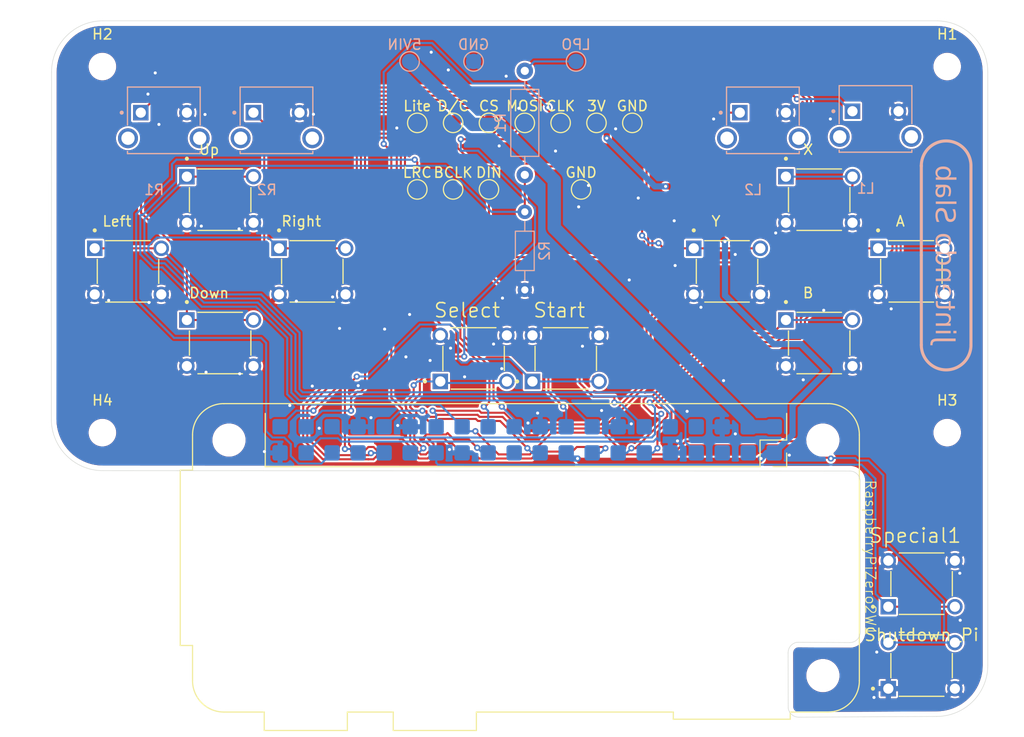
<source format=kicad_pcb>
(kicad_pcb (version 20241229) (generator "pcbnew") (generator_version "9.0")
  (layers (0 "F.Cu" signal) (2 "B.Cu" signal) (13 "F.Paste" user) (15 "B.Paste" user) (5 "F.SilkS" user "F.Silkscreen") (7 "B.SilkS" user "B.Silkscreen") (1 "F.Mask" user) (3 "B.Mask" user) (25 "Edge.Cuts" user))
  (net 0 "")
  (net 1 "Net-(R1-Pad1)")
  (net 2 "/SHUTDOWN_PI")
  (net 3 "GND")
  (net 5 "/L2")
  (net 6 "/RIGHT")
  (net 7 "/START")
  (net 8 "+3V3")
  (net 9 "/UP")
  (net 10 "/Y")
  (net 11 "/R1")
  (net 12 "/DOWN")
  (net 13 "/I2S_BCLK")
  (net 14 "/MOSI")
  (net 16 "/B")
  (net 17 "/LEFT")
  (net 18 "/L1")
  (net 20 "/R2")
  (net 21 "/I2S_LRCLK")
  (net 22 "/X")
  (net 23 "/CS0")
  (net 24 "/I2S_DIN")
  (net 25 "+5V")
  (net 26 "/SCLK")
  (net 27 "/D{slash}C")
  (net 28 "/SPECIAL1")
  (net 29 "/A")
  (net 31 "/BL")
  (net 32 "/SELECT")
  (footprint "Symbols:SW_Special" (layer "F.Cu") (at 167.25 117)
    (property "Reference" "Start")
    (property "Value" "SW_Special")
  )
  (footprint "MountingHole:MountingHole_2.2mm_M2" (layer "F.Cu") (at 204.5 124.25)
    (property "Reference" "H3")
    (property "Value" "MountingHole")
  )
  (footprint "TestPoint:TestPoint_Pad_D1.5mm" (layer "F.Cu") (at 156.25 100.5)
    (property "Reference" "BCLK")
    (property "Value" "BCLK")
  )
  (footprint "TestPoint:TestPoint_Pad_D1.5mm" (layer "F.Cu") (at 170.25 94)
    (property "Reference" "3V")
    (property "Value" "3V")
  )
  (footprint "TestPoint:TestPoint_Pad_D1.5mm" (layer "F.Cu") (at 159.75 94)
    (property "Reference" "CS")
    (property "Value" "CS")
  )
  (footprint "TestPoint:TestPoint_Pad_D1.5mm" (layer "F.Cu") (at 173.75 94)
    (property "Reference" "GND")
    (property "Value" "GND")
  )
  (footprint "TestPoint:TestPoint_Pad_D1.5mm" (layer "F.Cu") (at 163.25 94)
    (property "Reference" "MOSI")
    (property "Value" "MOSI")
  )
  (footprint "Symbols:SW_Control" (layer "F.Cu") (at 142.5 108.5)
    (property "Reference" "Right")
    (property "Value" "SW_Controls")
  )
  (footprint "TestPoint:TestPoint_Pad_D1.5mm" (layer "F.Cu") (at 159.75 100.5)
    (property "Reference" "DIN")
    (property "Value" "DIN")
  )
  (footprint "Symbols:SW_Control" (layer "F.Cu") (at 133.5 101.5)
    (property "Reference" "Up")
    (property "Value" "SW_Controls")
  )
  (footprint "TestPoint:TestPoint_Pad_D1.5mm" (layer "F.Cu") (at 166.75 94)
    (property "Reference" "CLK")
    (property "Value" "CLK")
  )
  (footprint "TestPoint:TestPoint_Pad_D1.5mm" (layer "F.Cu") (at 152.75 100.5)
    (property "Reference" "LRC")
    (property "Value" "LRC")
  )
  (footprint "Symbols:SW_Special" (layer "F.Cu") (at 158.25 117)
    (property "Reference" "Select")
    (property "Value" "SW_Special")
  )
  (footprint "Symbols:RaspberryPiZero2W" (layer "F.Cu") (at 201.6125 135.725 -90)
    (property "Reference" "RaspberryPiZero2W1")
    (property "Value" "~")
  )
  (footprint "TestPoint:TestPoint_Pad_D1.5mm" (layer "F.Cu") (at 152.75 94)
    (property "Reference" "Lite")
    (property "Value" "Lite")
  )
  (footprint "Symbols:SW_Control" (layer "F.Cu") (at 201 108.5)
    (property "Reference" "A")
    (property "Value" "SW_Controls")
  )
  (footprint "Symbols:SW_Control" (layer "F.Cu") (at 192 101.5)
    (property "Reference" "X")
    (property "Value" "SW_Controls")
  )
  (footprint "TestPoint:TestPoint_Pad_D1.5mm" (layer "F.Cu") (at 156.25 94)
    (property "Reference" "D/C")
    (property "Value" "D/C")
  )
  (footprint "MountingHole:MountingHole_2.2mm_M2" (layer "F.Cu") (at 204.5 88.5)
    (property "Reference" "H1")
    (property "Value" "MountingHole")
  )
  (footprint "TestPoint:TestPoint_Pad_D1.5mm" (layer "F.Cu") (at 168.75 100.5)
    (property "Reference" "GND")
    (property "Value" "GND")
  )
  (footprint "Symbols:SW_Special" (layer "F.Cu") (at 202 139)
    (property "Reference" "Special1")
    (property "Value" "SW_Special")
  )
  (footprint "Symbols:SW_Control" (layer "F.Cu") (at 133.5 115.5)
    (property "Reference" "Down")
    (property "Value" "SW_Controls")
  )
  (footprint "MountingHole:MountingHole_2.2mm_M2" (layer "F.Cu") (at 122 124.25)
    (property "Reference" "H4")
    (property "Value" "MountingHole")
  )
  (footprint "Symbols:SW_Special" (layer "F.Cu") (at 202 147)
    (property "Reference" "Shutdown_Pi")
    (property "Value" "SW_Special")
  )
  (footprint "MountingHole:MountingHole_2.2mm_M2" (layer "F.Cu") (at 122 88.5)
    (property "Reference" "H2")
    (property "Value" "MountingHole")
  )
  (footprint "Symbols:SW_Control" (layer "F.Cu") (at 124.5 108.5)
    (property "Reference" "Left")
    (property "Value" "SW_Controls")
  )
  (footprint "Symbols:SW_Control" (layer "F.Cu") (at 183 108.5)
    (property "Reference" "Y")
    (property "Value" "SW_Controls")
  )
  (footprint "Symbols:SW_Control" (layer "F.Cu") (at 192 115.5)
    (property "Reference" "B")
    (property "Value" "SW_Controls")
  )
  (footprint "Symbols:SW_Trigger" (layer "B.Cu") (at 139 93)
    (property "Reference" "R2")
    (property "Value" "SW_Trigger")
  )
  (footprint "Resistor_THT:R_Axial_DIN0207_L6.3mm_D2.5mm_P10.16mm_Horizontal" (layer "B.Cu") (at 163.25 88.92 -90)
    (property "Reference" "R1")
    (property "Value" "100kOhm")
  )
  (footprint "TestPoint:TestPoint_Pad_D1.5mm" (layer "B.Cu") (at 152 88 180)
    (property "Reference" "5VIN")
    (property "Value" "5V Input")
  )
  (footprint "Symbols:SW_Trigger" (layer "B.Cu") (at 128 93)
    (property "Reference" "R1")
    (property "Value" "SW_Trigger")
  )
  (footprint "Resistor_THT:R_Axial_DIN0204_L3.6mm_D1.6mm_P7.62mm_Horizontal" (layer "B.Cu") (at 163.25 110.31 90)
    (property "Reference" "R2")
    (property "Value" "82 kOhm")
  )
  (footprint "Symbols:SW_Trigger" (layer "B.Cu") (at 197.5 92.863)
    (property "Reference" "L1")
    (property "Value" "SW_Trigger")
  )
  (footprint "Symbols:SW_Trigger" (layer "B.Cu") (at 186.5 93)
    (property "Reference" "L2")
    (property "Value" "SW_Trigger")
  )
  (footprint "TestPoint:TestPoint_Pad_D1.5mm" (layer "B.Cu") (at 158.25 88 180)
    (property "Reference" "GND")
    (property "Value" "Ground")
  )
  (footprint "TestPoint:TestPoint_Pad_D1.5mm" (layer "B.Cu") (at 168.25 88 180)
    (property "Reference" "LPO")
    (property "Value" "LPO Input")
  )
  (gr_line (start 206.82 106.97) (end 206.82 98.207525) (stroke (width 0.3)) (layer "B.SilkS"))
  (gr_line (start 201.97266 98.152462) (end 201.97266 106.914937) (stroke (width 0.3)) (layer "B.SilkS"))
  (gr_line (start 206.82 115.732475) (end 206.82 106.97) (stroke (width 0.3)) (layer "B.SilkS"))
  (gr_arc (start 206.82 115.658875) (mid 204.414894 118.119461) (end 201.97266 115.695721) (stroke (width 0.3)) (layer "B.SilkS"))
  (gr_line (start 201.97266 106.914937) (end 201.97266 115.677412) (stroke (width 0.3)) (layer "B.SilkS"))
  (gr_arc (start 201.97266 98.226062) (mid 204.377766 95.765476) (end 206.82 98.189216) (stroke (width 0.3)) (layer "B.SilkS"))
  (gr_arc (start 190 152.036779) (mid 189.317871 151.781513) (end 188.970911 151.141138) (stroke (width 0.05)) (layer "Edge.Cuts"))
  (gr_line (start 195.999999 143.749998) (end 196 129) (stroke (width 0.05)) (layer "Edge.Cuts"))
  (gr_line (start 122.035534 84.035534) (end 203.561212 84.03647) (stroke (width 0.05)) (layer "Edge.Cuts"))
  (gr_line (start 188.960971 145.750004) (end 188.970956 151.141138) (stroke (width 0.05)) (layer "Edge.Cuts"))
  (gr_arc (start 117.035534 89.035534) (mid 118.5 85.5) (end 122.035534 84.035534) (stroke (width 0.05)) (layer "Edge.Cuts"))
  (gr_line (start 189.856612 144.720915) (end 194.999999 144.750002) (stroke (width 0.05)) (layer "Edge.Cuts"))
  (gr_arc (start 196 143.75) (mid 195.707107 144.457109) (end 194.999999 144.750002) (stroke (width 0.05)) (layer "Edge.Cuts"))
  (gr_line (start 190 152.036779) (end 203.4645 151.965711) (stroke (width 0.05)) (layer "Edge.Cuts"))
  (gr_line (start 122.048163 127.962369) (end 195 128) (stroke (width 0.05)) (layer "Edge.Cuts"))
  (gr_arc (start 194.999998 127.999999) (mid 195.707107 128.292892) (end 196 129) (stroke (width 0.05)) (layer "Edge.Cuts"))
  (gr_line (start 208.465711 146.96453) (end 208.464466 89.03553) (stroke (width 0.05)) (layer "Edge.Cuts"))
  (gr_arc (start 122.048163 127.962369) (mid 118.50002 126.499987) (end 117.012629 122.962244) (stroke (width 0.05)) (layer "Edge.Cuts"))
  (gr_line (start 117.035535 89.035534) (end 117.012657 122.962244) (stroke (width 0.05)) (layer "Edge.Cuts"))
  (gr_arc (start 208.465711 146.963639) (mid 207.00087 150.5) (end 203.4645 151.96482) (stroke (width 0.05)) (layer "Edge.Cuts"))
  (gr_arc (start 188.960971 145.750004) (mid 189.216237 145.067875) (end 189.856612 144.720915) (stroke (width 0.05)) (layer "Edge.Cuts"))
  (gr_arc (start 203.561219 84.03647) (mid 207.034043 85.534374) (end 208.464466 89.035534) (stroke (width 0.05)) (layer "Edge.Cuts"))
  (gr_text "Jintendo Slab" (at 203.062725 106.844937 270) (layer "B.SilkS") (effects (font (size 1.9 1.9) (thickness 0.1)) (justify bottom mirror)))
  (segment (start 164.17 88) (end 163.25 88.92) (width 0.2) (layer "B.Cu") (net 1))
  (segment (start 168.25 88) (end 164.17 88) (width 0.2) (layer "B.Cu") (net 1))
  (segment (start 163.748943 126.375) (end 160.687523 126.375) (width 0.2) (layer "F.Cu") (net 2))
  (segment (start 178.761 125.308943) (end 178.408943 125.661) (width 0.2) (layer "F.Cu") (net 2))
  (segment (start 193.140104 126.778751) (end 193.062353 126.701) (width 0.2) (layer "F.Cu") (net 2))
  (segment (start 190.6365 125.689933) (end 190.6365 125.09) (width 0.2) (layer "F.Cu") (net 2))
  (segment (start 178.399 125.661) (end 177.685 126.375) (width 0.2) (layer "F.Cu") (net 2))
  (segment (start 178.408943 125.661) (end 178.399 125.661) (width 0.2) (layer "F.Cu") (net 2))
  (segment (start 173.015 126.375) (end 170.89 124.25) (width 0.2) (layer "F.Cu") (net 2))
  (segment (start 191.647567 126.701) (end 190.6365 125.689933) (width 0.2) (layer "F.Cu") (net 2))
  (segment (start 160.687523 126.375) (end 158.4225 124.109977) (width 0.2) (layer "F.Cu") (net 2))
  (segment (start 163.25 99.08) (end 163.25 102.69) (width 0.2) (layer "F.Cu") (net 2))
  (segment (start 170.89 124.25) (end 165.873943 124.25) (width 0.2) (layer "F.Cu") (net 2))
  (segment (start 177.685 126.375) (end 173.015 126.375) (width 0.2) (layer "F.Cu") (net 2))
  (segment (start 178.761 125.299) (end 178.761 125.308943) (width 0.2) (layer "F.Cu") (net 2))
  (segment (start 190.6365 125.09) (end 178.97 125.09) (width 0.2) (layer "F.Cu") (net 2))
  (segment (start 165.873943 124.25) (end 163.748943 126.375) (width 0.2) (layer "F.Cu") (net 2))
  (segment (start 178.97 125.09) (end 178.761 125.299) (width 0.2) (layer "F.Cu") (net 2))
  (segment (start 193.062353 126.701) (end 191.647567 126.701) (width 0.2) (layer "F.Cu") (net 2))
  (via (at 193.140104 126.778751) (size 0.6) (drill 0.3) (layers "F.Cu" "B.Cu") (net 2))
  (via (at 158.4225 124.109977) (size 0.6) (drill 0.3) (layers "F.Cu" "B.Cu") (net 2))
  (segment (start 158.4225 124.109977) (end 157.567477 124.109977) (width 0.2) (layer "B.Cu") (net 2))
  (segment (start 127.857 108.107) (end 126.9728 108.107) (width 0.2) (layer "B.Cu") (net 2))
  (segment (start 193.191104 126.727751) (end 195.5 126.727751) (width 0.2) (layer "B.Cu") (net 2))
  (segment (start 195.75 126.977751) (end 196.806184 126.977751) (width 0.2) (layer "B.Cu") (net 2))
  (segment (start 204.195 143.695) (end 205.25 144.75) (width 0.2) (layer "B.Cu") (net 2))
  (segment (start 198.25 135.25) (end 198.741996 135.25) (width 0.2) (layer "B.Cu") (net 2))
  (segment (start 160 102.69) (end 163.25 102.69) (width 0.2) (layer "B.Cu") (net 2))
  (segment (start 157.1325 123.675) (end 154.9655 121.508) (width 0.2) (layer "B.Cu") (net 2))
  (segment (start 131.703 111.953) (end 127.857 108.107) (width 0.2) (layer "B.Cu") (net 2))
  (segment (start 195.5 126.727751) (end 195.75 126.977751) (width 0.2) (layer "B.Cu") (net 2))
  (segment (start 125.75 103) (end 125.9329 103) (width 0.2) (layer "B.Cu") (net 2))
  (segment (start 140.047 115) (end 137 111.953) (width 0.2) (layer "B.Cu") (net 2))
  (segment (start 126.9728 108.107) (end 125.698 106.8322) (width 0.2) (layer "B.Cu") (net 2))
  (segment (start 129.195 98.195) (end 155.505 98.195) (width 0.2) (layer "B.Cu") (net 2))
  (segment (start 198.25 128.421567) (end 198.25 135.25) (width 0.2) (layer "B.Cu") (net 2))
  (segment (start 198.75 144.75) (end 205.25 144.75) (width 0.2) (layer "B.Cu") (net 2))
  (segment (start 157.567477 124.109977) (end 157.1325 123.675) (width 0.2) (layer "B.Cu") (net 2))
  (segment (start 141.0567 121.508) (end 140.047 120.4983) (width 0.2) (layer "B.Cu") (net 2))
  (segment (start 196.806184 126.977751) (end 198.25 128.421567) (width 0.2) (layer "B.Cu") (net 2))
  (segment (start 155.505 98.195) (end 160 102.69) (width 0.2) (layer "B.Cu") (net 2))
  (segment (start 198.741996 135.25) (end 204.195 140.703004) (width 0.2) (layer "B.Cu") (net 2))
  (segment (start 129.195 99.7379) (end 129.195 98.195) (width 0.2) (layer "B.Cu") (net 2))
  (segment (start 137 111.953) (end 131.703 111.953) (width 0.2) (layer "B.Cu") (net 2))
  (segment (start 140.047 120.4983) (end 140.047 115) (width 0.2) (layer "B.Cu") (net 2))
  (segment (start 125.9329 103) (end 129.195 99.7379) (width 0.2) (layer "B.Cu") (net 2))
  (segment (start 125.698 103.052) (end 125.75 103) (width 0.2) (layer "B.Cu") (net 2))
  (segment (start 154.9655 121.508) (end 141.0567 121.508) (width 0.2) (layer "B.Cu") (net 2))
  (segment (start 125.698 106.8322) (end 125.698 103.052) (width 0.2) (layer "B.Cu") (net 2))
  (segment (start 193.140104 126.778751) (end 193.191104 126.727751) (width 0.2) (layer "B.Cu") (net 2))
  (segment (start 204.195 140.703004) (end 204.195 143.695) (width 0.2) (layer "B.Cu") (net 2))
  (segment (start 177.84 103.56) (end 177.93 103.65) (width 0.2) (layer "F.Cu") (net 3))
  (via (at 140.300085 121.599915) (size 0.6) (drill 0.3) (layers "F.Cu" "B.Cu") (net 3))
  (via (at 127.52 94.15) (size 0.6) (drill 0.3) (layers "F.Cu" "B.Cu") (net 3))
  (via (at 148.23 122.79) (size 0.6) (drill 0.3) (layers "F.Cu" "B.Cu") (net 3))
  (via (at 132.12 118.35) (size 0.6) (drill 0.3) (layers "F.Cu" "B.Cu") (net 3))
  (via (at 157.37 118.8) (size 0.6) (drill 0.3) (layers "F.Cu" "B.Cu") (net 3))
  (via (at 122.61 111.33) (size 0.6) (drill 0.3) (layers "F.Cu" "B.Cu") (net 3))
  (via (at 205.73 137.98) (size 0.6) (drill 0.3) (layers "F.Cu" "B.Cu") (net 3))
  (via (at 156 116) (size 0.6) (drill 0.3) (layers "F.Cu" "B.Cu") (net 3))
  (via (at 173.45 109.34) (size 0.6) (drill 0.3) (layers "F.Cu" "B.Cu") (net 3))
  (via (at 190.44 119.09) (size 0.6) (drill 0.3) (layers "F.Cu" "B.Cu") (net 3))
  (via (at 180.45 112.01) (size 0.6) (drill 0.3) (layers "F.Cu" "B.Cu") (net 3))
  (via (at 168.88 115.81) (size 0.6) (drill 0.3) (layers "F.Cu" "B.Cu") (net 3))
  (via (at 205.77 142.57) (size 0.6) (drill 0.3) (layers "F.Cu" "B.Cu") (net 3))
  (via (at 135.35 104.35) (size 0.6) (drill 0.3) (layers "F.Cu" "B.Cu") (net 3))
  (via (at 168.51 102.2) (size 0.6) (drill 0.3) (layers "F.Cu" "B.Cu") (net 3))
  (via (at 197.35 150.11) (size 0.6) (drill 0.3) (layers "F.Cu" "B.Cu") (net 3))
  (via (at 142.61 93.16) (size 0.6) (drill 0.3) (layers "F.Cu" "B.Cu") (net 3))
  (via (at 126.45 91.19) (size 0.6) (drill 0.3) (layers "F.Cu" "B.Cu") (net 3))
  (via (at 177.93 107.93) (size 0.6) (drill 0.3) (layers "F.Cu" "B.Cu") (net 3))
  (via (at 160.2 115.6) (size 0.6) (drill 0.3) (layers "F.Cu" "B.Cu") (net 3))
  (via (at 144.48 111) (size 0.6) (drill 0.3) (layers "F.Cu" "B.Cu") (net 3))
  (via (at 154 117.2) (size 0.6) (drill 0.3) (layers "F.Cu" "B.Cu") (net 3))
  (via (at 172.12 94.58) (size 0.6) (drill 0.3) (layers "F.Cu" "B.Cu") (net 3))
  (via (at 140.94 111.41) (size 0.6) (drill 0.3) (layers "F.Cu" "B.Cu") (net 3))
  (via (at 150.75 94.5) (size 0.6) (drill 0.3) (layers "F.Cu" "B.Cu") (net 3))
  (via (at 183.8 106.85) (size 0.6) (drill 0.3) (layers "F.Cu" "B.Cu") (net 3))
  (via (at 161.07 111.11) (size 0.6) (drill 0.3) (layers "F.Cu" "B.Cu") (net 3))
  (via (at 135.41 118.5) (size 0.6) (drill 0.3) (layers "F.Cu" "B.Cu") (net 3))
  (via (at 161 118) (size 0.6) (drill 0.3) (layers "F.Cu" "B.Cu") (net 3))
  (via (at 142.495735 119.705) (size 0.6) (drill 0.3) (layers "F.Cu" "B.Cu") (net 3))
  (via (at 178.16 125.06) (size 0.6) (drill 0.3) (layers "F.Cu" "B.Cu") (net 3))
  (via (at 187.75 104.75) (size 0.6) (drill 0.3) (layers "F.Cu" "B.Cu") (net 3))
  (via (at 126.55 111.54) (size 0.6) (drill 0.3) (layers "F.Cu" "B.Cu") (net 3))
  (via (at 189.08 126.45) (size 0.6) (drill 0.3) (layers "F.Cu" "B.Cu") (net 3))
  (via (at 177.84 103.56) (size 0.6) (drill 0.3) (layers "F.Cu" "B.Cu") (net 3))
  (via (at 169.47 100.11) (size 0.6) (drill 0.3) (layers "F.Cu" "B.Cu") (net 3))
  (via (at 182.66 119.17) (size 0.6) (drill 0.3) (layers "F.Cu" "B.Cu") (net 3))
  (via (at 166.25 96.75) (size 0.6) (drill 0.3) (layers "F.Cu" "B.Cu") (net 3))
  (via (at 193.09 93.62) (size 0.6) (drill 0.3) (layers "F.Cu" "B.Cu") (net 3))
  (via (at 143.17 123.82) (size 0.6) (drill 0.3) (layers "F.Cu" "B.Cu") (net 3))
  (via (at 137.82 126.1) (size 0.6) (drill 0.3) (layers "F.Cu" "B.Cu") (net 3))
  (via (at 127.16 89.12) (size 0.6) (drill 0.3) (layers "F.Cu" "B.Cu") (net 3))
  (via (at 173.65 123.39) (size 0.6) (drill 0.3) (layers "F.Cu" "B.Cu") (net 3))
  (via (at 197.62 145.68) (size 0.6) (drill 0.3) (layers "F.Cu" "B.Cu") (net 3))
  (via (at 164.5 122.34) (size 0.6) (drill 0.3) (layers "F.Cu" "B.Cu") (net 3))
  (via (at 174.33 101.34) (size 0.6) (drill 0.3) (layers "F.Cu" "B.Cu") (net 3))
  (via (at 155.9 125.9) (size 0.6) (drill 0.3) (layers "F.Cu" "B.Cu") (net 3))
  (via (at 170.75 122.09) (size 0.6) (drill 0.3) (layers "F.Cu" "B.Cu") (net 3))
  (via (at 199.03 112.16) (size 0.6) (drill 0.3) (layers "F.Cu" "B.Cu") (net 3))
  (via (at 179.1 122.17) (size 0.6) (drill 0.3) (layers "F.Cu" "B.Cu") (net 3))
  (via (at 163.56 123.31) (size 0.6) (drill 0.3) (layers "F.Cu" "B.Cu") (net 3))
  (via (at 154.11 87.1) (size 0.6) (drill 0.3) (layers "F.Cu" "B.Cu") (net 3))
  (via (at 160.75 96.25) (size 0.6) (drill 0.3) (layers "F.Cu" "B.Cu") (net 3))
  (via (at 181.69 93.62) (size 0.6) (drill 0.3) (layers "F.Cu" "B.Cu") (net 3))
  (via (at 162.66 92.58) (size 0.6) (drill 0.3) (layers "F.Cu" "B.Cu") (net 3))
  (via (at 183.81 124.37) (size 0.6) (drill 0.3) (layers "F.Cu" "B.Cu") (net 3))
  (via (at 145.16 114.07) (size 0.6) (drill 0.3) (layers "F.Cu" "B.Cu") (net 3))
  (via (at 155.78 88.83) (size 0.6) (drill 0.3) (layers "F.Cu" "B.Cu") (net 3))
  (via (at 161.43 89.44) (size 0.6) (drill 0.3) (layers "F.Cu" "B.Cu") (net 3))
  (via (at 146.98 119.66) (size 0.6) (drill 0.3) (layers "F.Cu" "B.Cu") (net 3))
  (via (at 192.44 112.3) (size 0.6) (drill 0.3) (layers "F.Cu" "B.Cu") (net 3))
  (via (at 152 112.71) (size 0.6) (drill 0.3) (layers "F.Cu" "B.Cu") (net 3))
  (via (at 150.84 123.55) (size 0.6) (drill 0.3) (layers "F.Cu" "B.Cu") (net 3))
  (via (at 151.64 116.85) (size 0.6) (drill 0.3) (layers "F.Cu" "B.Cu") (net 3))
  (via (at 149.56 114.14) (size 0.6) (drill 0.3) (layers "F.Cu" "B.Cu") (net 3))
  (via (at 132.02 93.18) (size 0.6) (drill 0.3) (layers "F.Cu" "B.Cu") (net 3))
  (via (at 131.66 104.08) (size 0.6) (drill 0.3) (layers "F.Cu" "B.Cu") (net 3))
  (segment (start 164.503 114.75) (end 163.799943 114.75) (width 0.2) (layer "B.Cu") (net 3))
  (segment (start 175.14 95.656) (end 175.14 103.586561) (width 0.2) (layer "F.Cu") (net 5))
  (segment (start 159.001057 122.308) (end 158.801057 122.108) (width 0.2) (layer "F.Cu") (net 5))
  (segment (start 175.706 104.152561) (end 175.706 112.726899) (width 0.2) (layer "F.Cu") (net 5))
  (segment (start 177.796 93) (end 184.25 93) (width 0.2) (layer "F.Cu") (net 5))
  (segment (start 170.707943 123.448) (end 165.541743 123.448) (width 0.2) (layer "F.Cu") (net 5))
  (segment (start 163.440943 124.5) (end 161.248942 122.308) (width 0.2) (layer "F.Cu") (net 5))
  (segment (start 175.14 103.586561) (end 175.706 104.152561) (width 0.2) (layer "F.Cu") (net 5))
  (segment (start 175.14 119.015943) (end 170.707943 123.448) (width 0.2) (layer "F.Cu") (net 5))
  (segment (start 154.391422 121.966578) (end 154.25 122.108) (width 0.2) (layer "F.Cu") (net 5))
  (segment (start 175.706 112.726899) (end 175.14 113.292899) (width 0.2) (layer "F.Cu") (net 5))
  (segment (start 175.14 113.292899) (end 175.14 119.015943) (width 0.2) (layer "F.Cu") (net 5))
  (segment (start 154.532843 122.108) (end 154.391422 121.966578) (width 0.2) (layer "F.Cu") (net 5))
  (segment (start 177.796 93) (end 175.14 95.656) (width 0.2) (layer "F.Cu") (net 5))
  (segment (start 165.541743 123.448) (end 164.489743 124.5) (width 0.2) (layer "F.Cu") (net 5))
  (segment (start 164.489743 124.5) (end 163.440943 124.5) (width 0.2) (layer "F.Cu") (net 5))
  (segment (start 161.248942 122.308) (end 159.001057 122.308) (width 0.2) (layer "F.Cu") (net 5))
  (segment (start 158.801057 122.108) (end 154.532843 122.108) (width 0.2) (layer "F.Cu") (net 5))
  (via (at 154.25 122.108) (size 0.6) (drill 0.3) (layers "F.Cu" "B.Cu") (net 5))
  (segment (start 154.5925 123.675) (end 154.5925 122.4505) (width 0.2) (layer "B.Cu") (net 5))
  (segment (start 154.5925 122.4505) (end 154.25 122.108) (width 0.2) (layer "B.Cu") (net 5))
  (segment (start 139.25 106.25) (end 145.75 106.25) (width 0.2) (layer "F.Cu") (net 6))
  (segment (start 138.195 105.195) (end 139.25 106.25) (width 0.2) (layer "B.Cu") (net 6))
  (segment (start 132.0839 111.151) (end 128.212448 107.279548) (width 0.2) (layer "B.Cu") (net 6))
  (segment (start 140.849 114.6661) (end 137.3339 111.151) (width 0.2) (layer "B.Cu") (net 6))
  (segment (start 128.186996 107.305) (end 127.305 107.305) (width 0.2) (layer "B.Cu") (net 6))
  (segment (start 126.5 106.008004) (end 127.313004 105.195) (width 0.2) (layer "B.Cu") (net 6))
  (segment (start 126.5 106.5) (end 126.5 106.008004) (width 0.2) (layer "B.Cu") (net 6))
  (segment (start 140.849 120.1661) (end 140.849 114.6661) (width 0.2) (layer "B.Cu") (net 6))
  (segment (start 177.4525 123.675) (end 177.4525 122.4552) (width 0.2) (layer "B.Cu") (net 6))
  (segment (start 137.3339 111.151) (end 132.0839 111.151) (width 0.2) (layer "B.Cu") (net 6))
  (segment (start 128.212448 107.279548) (end 128.186996 107.305) (width 0.2) (layer "B.Cu") (net 6))
  (segment (start 177.4525 122.4552) (end 175.7033 120.706) (width 0.2) (layer "B.Cu") (net 6))
  (segment (start 127.313004 105.195) (end 138.195 105.195) (width 0.2) (layer "B.Cu") (net 6))
  (segment (start 127.305 107.305) (end 126.5 106.5) (width 0.2) (layer "B.Cu") (net 6))
  (segment (start 175.7033 120.706) (end 141.3889 120.706) (width 0.2) (layer "B.Cu") (net 6))
  (segment (start 141.3889 120.706) (end 140.849 120.1661) (width 0.2) (layer "B.Cu") (net 6))
  (segment (start 145.6825 119.9275) (end 146.84 118.77) (width 0.2) (layer "F.Cu") (net 7))
  (segment (start 169.948 118.813004) (end 170.003 118.758004) (width 0.2) (layer "F.Cu") (net 7))
  (segment (start 145.6825 121.0225) (end 145.6825 119.9275) (width 0.2) (layer "F.Cu") (net 7))
  (segment (start 145.6825 125.847777) (end 145.6825 121.0225) (width 0.2) (layer "F.Cu") (net 7))
  (via (at 145.6825 125.847777) (size 0.6) (drill 0.3) (layers "F.Cu" "B.Cu") (net 7))
  (via (at 146.84 118.77) (size 0.6) (drill 0.3) (layers "F.Cu" "B.Cu") (net 7))
  (segment (start 155.939996 113.695) (end 153.01 113.695) (width 0.2) (layer "B.Cu") (net 7))
  (segment (start 145.6825 125.847777) (end 146.595277 125.847777) (width 0.2) (layer "B.Cu") (net 7))
  (segment (start 157.085427 117.4181) (end 156.73337 117.066043) (width 0.2) (layer "B.Cu") (net 7))
  (segment (start 161.834202 117.066202) (end 157.935211 117.066202) (width 0.2) (layer "B.Cu") (net 7))
  (segment (start 153.01 113.695) (end 147.935 118.77) (width 0.2) (layer "B.Cu") (net 7))
  (segment (start 164 119.25) (end 170.5 119.25) (width 0.2) (layer "B.Cu") (net 7))
  (segment (start 156.73337 117.066043) (end 156.73337 114.488374) (width 0.2) (layer "B.Cu") (net 7))
  (segment (start 146.595277 125.847777) (end 146.9725 126.225) (width 0.2) (layer "B.Cu") (net 7))
  (segment (start 157.583313 117.4181) (end 157.085427 117.4181) (width 0.2) (layer "B.Cu") (net 7))
  (segment (start 156.73337 114.488374) (end 155.939996 113.695) (width 0.2) (layer "B.Cu") (net 7))
  (segment (start 157.935211 117.066202) (end 157.583313 117.4181) (width 0.2) (layer "B.Cu") (net 7))
  (segment (start 147.935 118.77) (end 146.84 118.77) (width 0.2) (layer "B.Cu") (net 7))
  (segment (start 164.018 119.25) (end 161.834202 117.066202) (width 0.2) (layer "B.Cu") (net 7))
  (segment (start 171.25 95) (end 170.25 94) (width 0.6) (layer "F.Cu") (net 8))
  (segment (start 171.25 95.5) (end 171.25 95) (width 0.6) (layer "F.Cu") (net 8))
  (segment (start 186.100471 127) (end 168.621249 127) (width 0.6) (layer "F.Cu") (net 8))
  (segment (start 177.4 100.2) (end 177 100.2) (width 0.6) (layer "F.Cu") (net 8))
  (segment (start 168.621249 127) (end 168.4 126.778751) (width 0.6) (layer "F.Cu") (net 8))
  (segment (start 179.805 102.605) (end 182.8 105.6) (width 0.6) (layer "F.Cu") (net 8))
  (segment (start 179.805 102.605) (end 177.4 100.2) (width 0.6) (layer "F.Cu") (net 8))
  (segment (start 186.32172 126.778751) (end 186.100471 127) (width 0.6) (layer "F.Cu") (net 8))
  (via (at 186.32172 126.778751) (size 0.6) (drill 0.3) (layers "F.Cu" "B.Cu") (net 8))
  (via (at 171.25 95.5) (size 0.6) (drill 0.3) (layers "F.Cu" "B.Cu") (net 8))
  (via (at 168.4 126.778751) (size 0.6) (drill 0.3) (layers "F.Cu" "B.Cu") (net 8))
  (via (at 182.8 105.6) (size 0.6) (drill 0.3) (layers "F.Cu" "B.Cu") (net 8))
  (via (at 177 100.2) (size 0.6) (drill 0.3) (layers "F.Cu" "B.Cu") (net 8))
  (segment (start 168.4 126.778751) (end 167.846251 126.778751) (width 0.6) (layer "B.Cu") (net 8))
  (segment (start 186.875471 126.225) (end 186.32172 126.778751) (width 0.6) (layer "B.Cu") (net 8))
  (segment (start 175.95 100.2) (end 171.25 95.5) (width 0.6) (layer "B.Cu") (net 8))
  (segment (start 182.8 110.849) (end 182.8 105.6) (width 0.6) (layer "B.Cu") (net 8))
  (segment (start 189.4 124.4375) (end 189.4 121.6) (width 0.6) (layer "B.Cu") (net 8))
  (segment (start 192.8 118.2) (end 190.2 115.6) (width 0.6) (layer "B.Cu") (net 8))
  (segment (start 187.6125 126.225) (end 189.4 124.4375) (width 0.6) (layer "B.Cu") (net 8))
  (segment (start 187.551 115.6) (end 182.8 110.849) (width 0.6) (layer "B.Cu") (net 8))
  (segment (start 187.175 126.225) (end 187 126.4) (width 0.6) (layer "B.Cu") (net 8))
  (segment (start 177 100.2) (end 175.95 100.2) (width 0.6) (layer "B.Cu") (net 8))
  (segment (start 187.6125 126.225) (end 186.875471 126.225) (width 0.6) (layer "B.Cu") (net 8))
  (segment (start 189.4 121.6) (end 192.8 118.2) (width 0.6) (layer "B.Cu") (net 8))
  (segment (start 167.846251 126.778751) (end 167.2925 126.225) (width 0.6) (layer "B.Cu") (net 8))
  (segment (start 190.2 115.6) (end 187.551 115.6) (width 0.6) (layer "B.Cu") (net 8))
  (segment (start 187.6125 126.225) (end 187.175 126.225) (width 0.6) (layer "B.Cu") (net 8))
  (segment (start 136.75 99.25) (end 130.25 99.25) (width 0.2) (layer "F.Cu") (net 9))
  (segment (start 127.1389 107.706) (end 126.099 106.6661) (width 0.2) (layer "B.Cu") (net 9))
  (segment (start 141.2228 121.107) (end 140.448 120.3322) (width 0.2) (layer "B.Cu") (net 9))
  (segment (start 128.0718 107.706) (end 127.1389 107.706) (width 0.2) (layer "B.Cu") (net 9))
  (segment (start 126.099 103.401) (end 130.25 99.25) (width 0.2) (layer "B.Cu") (net 9))
  (segment (start 126.099 106.6661) (end 126.099 103.401) (width 0.2) (layer "B.Cu") (net 9))
  (segment (start 137.1678 111.552) (end 131.9178 111.552) (width 0.2) (layer "B.Cu") (net 9))
  (segment (start 169.8325 123.675) (end 167.2645 121.107) (width 0.2) (layer "B.Cu") (net 9))
  (segment (start 140.448 120.3322) (end 140.448 114.8322) (width 0.2) (layer "B.Cu") (net 9))
  (segment (start 167.2645 121.107) (end 141.2228 121.107) (width 0.2) (layer "B.Cu") (net 9))
  (segment (start 131.9178 111.552) (end 128.0718 107.706) (width 0.2) (layer "B.Cu") (net 9))
  (segment (start 140.448 114.8322) (end 137.1678 111.552) (width 0.2) (layer "B.Cu") (net 9))
  (segment (start 163.97705 98.25) (end 168.669239 98.25) (width 0.2) (layer "F.Cu") (net 10))
  (segment (start 163.70605 97.979) (end 163.97705 98.25) (width 0.2) (layer "F.Cu") (net 10))
  (segment (start 157.248943 94.999) (end 156.751057 94.999) (width 0.2) (layer "F.Cu") (net 10))
  (segment (start 146.2825 122.108) (end 146.2825 120.888527) (width 0.2) (layer "F.Cu") (net 10))
  (segment (start 157.448943 95.199) (end 157.248943 94.999) (width 0.2) (layer "F.Cu") (net 10))
  (segment (start 162.52295 98.25) (end 162.79395 97.979) (width 0.2) (layer "F.Cu") (net 10))
  (segment (start 186.25 106.25) (end 179.75 106.25) (width 0.2) (layer "F.Cu") (net 10))
  (segment (start 147.228943 120.261) (end 147.581 119.908943) (width 0.2) (layer "F.Cu") (net 10))
  (segment (start 156.399 95.351057) (end 156.399 95.848943) (width 0.2) (layer "F.Cu") (net 10))
  (segment (start 159.383339 92.147) (end 160.801 93.564661) (width 0.2) (layer "F.Cu") (net 10))
  (segment (start 160.037339 95.199) (end 157.448943 95.199) (width 0.2) (layer "F.Cu") (net 10))
  (segment (start 148.732461 92.147) (end 159.383339 92.147) (width 0.2) (layer "F.Cu") (net 10))
  (segment (start 160.801 94.435339) (end 160.037339 95.199) (width 0.2) (layer "F.Cu") (net 10))
  (segment (start 179.75 106.25) (end 176.806 106.25) (width 0.2) (layer "F.Cu") (net 10))
  (segment (start 146.2825 120.888527) (end 146.910027 120.261) (width 0.2) (layer "F.Cu") (net 10))
  (segment (start 156.685339 96.435339) (end 158 97.75) (width 0.2) (layer "F.Cu") (net 10))
  (segment (start 158.486339 98.25) (end 162.52295 98.25) (width 0.2) (layer "F.Cu") (net 10))
  (segment (start 160.801 93.564661) (end 160.801 94.435339) (width 0.2) (layer "F.Cu") (net 10))
  (segment (start 176.806 106.25) (end 176.306 105.75) (width 0.2) (layer "F.Cu") (net 10))
  (segment (start 174.705 104.285761) (end 174.705 105) (width 0.2) (layer "F.Cu") (net 10))
  (segment (start 147.647 119.524027) (end 147.647 93.232461) (width 0.2) (layer "F.Cu") (net 10))
  (segment (start 147.581 119.908943) (end 147.581 119.590027) (width 0.2) (layer "F.Cu") (net 10))
  (segment (start 147.647 93.232461) (end 148.732461 92.147) (width 0.2) (layer "F.Cu") (net 10))
  (segment (start 147.581 119.590027) (end 147.647 119.524027) (width 0.2) (layer "F.Cu") (net 10))
  (segment (start 162.79395 97.979) (end 163.70605 97.979) (width 0.2) (layer "F.Cu") (net 10))
  (segment (start 146.910027 120.261) (end 147.228943 120.261) (width 0.2) (layer "F.Cu") (net 10))
  (segment (start 156.751057 94.999) (end 156.399 95.351057) (width 0.2) (layer "F.Cu") (net 10))
  (segment (start 156.399 95.848943) (end 156.685339 96.135282) (width 0.2) (layer "F.Cu") (net 10))
  (segment (start 158 97.763661) (end 158.486339 98.25) (width 0.2) (layer "F.Cu") (net 10))
  (segment (start 156.685339 96.135282) (end 156.685339 96.435339) (width 0.2) (layer "F.Cu") (net 10))
  (segment (start 158 97.75) (end 158 97.763661) (width 0.2) (layer "F.Cu") (net 10))
  (segment (start 168.669239 98.25) (end 174.705 104.285761) (width 0.2) (layer "F.Cu") (net 10))
  (via (at 174.705 105) (size 0.6) (drill 0.3) (layers "F.Cu" "B.Cu") (net 10))
  (via (at 146.2825 122.108) (size 0.6) (drill 0.3) (layers "F.Cu" "B.Cu") (net 10))
  (via (at 176.306 105.75) (size 0.6) (drill 0.3) (layers "F.Cu" "B.Cu") (net 10))
  (segment (start 143.4595 122.108) (end 141.8925 123.675) (width 0.2) (layer "B.Cu") (net 10))
  (segment (start 175.455 105.75) (end 174.705 105) (width 0.2) (layer "B.Cu") (net 10))
  (segment (start 176.306 105.75) (end 175.455 105.75) (width 0.2) (layer "B.Cu") (net 10))
  (segment (start 146.2825 122.108) (end 143.4595 122.108) (width 0.2) (layer "B.Cu") (net 10))
  (segment (start 190.805 91.808) (end 189.941 90.944) (width 0.2) (layer "F.Cu") (net 11))
  (segment (start 190.206 113.044) (end 196.198 107.052) (width 0.2) (layer "F.Cu") (net 11))
  (segment (start 177.1645 122.165785) (end 176.812443 121.813728) (width 0.2) (layer "F.Cu") (net 11))
  (segment (start 192.697537 97.945) (end 191.5 96.747463) (width 0.2) (layer "F.Cu") (net 11))
  (segment (start 190.206 114.4711) (end 190.206 113.044) (width 0.2) (layer "F.Cu") (net 11))
  (segment (start 195.686996 97.945) (end 192.697537 97.945) (width 0.2) (layer "F.Cu") (net 11))
  (segment (start 195.686996 100.305) (end 196.305 99.686996) (width 0.2) (layer "F.Cu") (net 11))
  (segment (start 176.050385 121.476715) (end 182.115858 115.411242) (width 0.2) (layer "F.Cu") (net 11))
  (segment (start 199.552 104.992904) (end 195.431196 100.8721) (width 0.2) (layer "F.Cu") (net 11))
  (segment (start 176.812443 121.813728) (end 176.313728 121.813728) (width 0.2) (layer "F.Cu") (net 11))
  (segment (start 173.6625 125.774) (end 174.054171 125.774) (width 0.2) (layer "F.Cu") (net 11))
  (segment (start 195.666096 100.305) (end 195.686996 100.305) (width 0.2) (layer "F.Cu") (net 11))
  (segment (start 199.206 106.9282) (end 199.552 106.5822) (width 0.2) (layer "F.Cu") (net 11))
  (segment (start 189.9711 114.706) (end 190.206 114.4711) (width 0.2) (layer "F.Cu") (net 11))
  (segment (start 190.805 94.224) (end 190.805 91.808) (width 0.2) (layer "F.Cu") (net 11))
  (segment (start 189.941 90.944) (end 127.806 90.944) (width 0.2) (layer "F.Cu") (net 11))
  (segment (start 196.305 99.686996) (end 196.305 98.563004) (width 0.2) (layer "F.Cu") (net 11))
  (segment (start 196.198 107.052) (end 196.294 107.052) (width 0.2) (layer "F.Cu") (net 11))
  (segment (start 196.5289 107.706) (end 198.9711 107.706) (width 0.2) (layer "F.Cu") (net 11))
  (segment (start 198.9711 107.706) (end 199.206 107.4711) (width 0.2) (layer "F.Cu") (net 11))
  (segment (start 195.431196 100.8721) (end 195.431196 100.5399) (width 0.2) (layer "F.Cu") (net 11))
  (segment (start 191.528537 94.224) (end 190.805 94.224) (width 0.2) (layer "F.Cu") (net 11))
  (segment (start 196.294 107.052) (end 196.294 107.4711) (width 0.2) (layer "F.Cu") (net 11))
  (segment (start 182.115858 115.411242) (end 187.838758 115.411242) (width 0.2) (layer "F.Cu") (net 11))
  (segment (start 187.838758 115.411242) (end 188.544 114.706) (width 0.2) (layer "F.Cu") (net 11))
  (segment (start 199.206 107.4711) (end 199.206 106.9282) (width 0.2) (layer "F.Cu") (net 11))
  (segment (start 176.313728 121.813728) (end 176.050385 121.550385) (width 0.2) (layer "F.Cu") (net 11))
  (segment (start 196.294 107.4711) (end 196.5289 107.706) (width 0.2) (layer "F.Cu") (net 11))
  (segment (start 174.054171 125.774) (end 177.1645 122.663671) (width 0.2) (layer "F.Cu") (net 11))
  (segment (start 127.806 90.944) (end 125.75 93) (width 0.2) (layer "F.Cu") (net 11))
  (segment (start 176.050385 121.550385) (end 176.050385 121.476715) (width 0.2) (layer "F.Cu") (net 11))
  (segment (start 199.552 106.5822) (end 199.552 104.992904) (width 0.2) (layer "F.Cu") (net 11))
  (segment (start 191.5 96.747463) (end 191.5 94.252537) (width 0.2) (layer "F.Cu") (net 11))
  (segment (start 177.1645 122.663671) (end 177.1645 122.165785) (width 0.2) (layer "F.Cu") (net 11))
  (segment (start 195.431196 100.5399) (end 195.666096 100.305) (width 0.2) (layer "F.Cu") (net 11))
  (segment (start 191.5 94.252537) (end 191.528537 94.224) (width 0.2) (layer "F.Cu") (net 11))
  (segment (start 196.305 98.563004) (end 195.686996 97.945) (width 0.2) (layer "F.Cu") (net 11))
  (segment (start 188.544 114.706) (end 189.9711 114.706) (width 0.2) (layer "F.Cu") (net 11))
  (via (at 173.6625 125.774) (size 0.6) (drill 0.3) (layers "F.Cu" "B.Cu") (net 11))
  (segment (start 173.2115 126.225) (end 173.6625 125.774) (width 0.2) (layer "B.Cu") (net 11))
  (segment (start 172.3725 126.225) (end 173.2115 126.225) (width 0.2) (layer "B.Cu") (net 11))
  (segment (start 196.3628 108.107) (end 196.03645 107.78065) (width 0.2) (layer "F.Cu") (net 12))
  (segment (start 190.1372 115.107) (end 188.7101 115.107) (width 0.2) (layer "F.Cu") (net 12))
  (segment (start 191.206 91.6419) (end 191.206 93.823) (width 0.2) (layer "F.Cu") (net 12))
  (segment (start 196.706 99.853096) (end 195.853096 100.706) (width 0.2) (layer "F.Cu") (net 12))
  (segment (start 199.607 107.6372) (end 199.1372 108.107) (width 0.2) (layer "F.Cu") (net 12))
  (segment (start 188.004858 115.812242) (end 182.281958 115.812242) (width 0.2) (layer "F.Cu") (net 12))
  (segment (start 192.945 97.544) (end 195.853096 97.544) (width 0.2) (layer "F.Cu") (net 12))
  (segment (start 176.978543 121.412728) (end 177.5655 121.999685) (width 0.2) (layer "F.Cu") (net 12))
  (segment (start 191.901 94.418637) (end 191.901 96.5) (width 0.2) (layer "F.Cu") (net 12))
  (segment (start 124.859537 94.055) (end 124.695 94.055) (width 0.2) (layer "F.Cu") (net 12))
  (segment (start 190.607 113.2101) (end 190.607 114.6372) (width 0.2) (layer "F.Cu") (net 12))
  (segment (start 130.25 113.25) (end 130.25 107.25) (width 0.2) (layer "F.Cu") (net 12))
  (segment (start 191.694637 93.823) (end 191.929537 94.0579) (width 0.2) (layer "F.Cu") (net 12))
  (segment (start 190.607 114.6372) (end 190.1372 115.107) (width 0.2) (layer "F.Cu") (net 12))
  (segment (start 176.681472 121.412728) (end 176.978543 121.412728) (width 0.2) (layer "F.Cu") (net 12))
  (segment (start 126.2379 91.945) (end 126.3919 91.791) (width 0.2) (layer "F.Cu") (net 12))
  (segment (start 125.849 90.941057) (end 126.201057 90.589) (width 0.2) (layer "F.Cu") (net 12))
  (segment (start 182.281958 115.812242) (end 176.681472 121.412728) (width 0.2) (layer "F.Cu") (net 12))
  (segment (start 191.929537 94.3901) (end 191.901 94.418637) (width 0.2) (layer "F.Cu") (net 12))
  (segment (start 130.25 107.25) (end 125.776 102.776) (width 0.2) (layer "F.Cu") (net 12))
  (segment (start 195.832196 100.706) (end 199.953 104.826804) (width 0.2) (layer "F.Cu") (net 12))
  (segment (start 191.901 96.5) (end 192.945 97.544) (width 0.2) (layer "F.Cu") (net 12))
  (segment (start 191.206 93.823) (end 191.694637 93.823) (width 0.2) (layer "F.Cu") (net 12))
  (segment (start 126.201057 91.791) (end 125.849 91.438943) (width 0.2) (layer "F.Cu") (net 12))
  (segment (start 196.706 98.396904) (end 196.706 99.853096) (width 0.2) (layer "F.Cu") (net 12))
  (segment (start 126.201057 90.589) (end 126.698943 90.589) (width 0.2) (layer "F.Cu") (net 12))
  (segment (start 199.1372 108.107) (end 196.3628 108.107) (width 0.2) (layer "F.Cu") (net 12))
  (segment (start 191.929537 94.0579) (end 191.929537 94.3901) (width 0.2) (layer "F.Cu") (net 12))
  (segment (start 190.1071 90.543) (end 191.206 91.6419) (width 0.2) (layer "F.Cu") (net 12))
  (segment (start 199.953 104.826804) (end 199.953 106.799204) (width 0.2) (layer "F.Cu") (net 12))
  (segment (start 176.200195 124.195076) (end 176.200195 125.774) (width 0.2) (layer "F.Cu") (net 12))
  (segment (start 125.849 91.438943) (end 125.849 90.941057) (width 0.2) (layer "F.Cu") (net 12))
  (segment (start 125.776 102.776) (end 125.776 94.971463) (width 0.2) (layer "F.Cu") (net 12))
  (segment (start 195.853096 100.706) (end 195.832196 100.706) (width 0.2) (layer "F.Cu") (net 12))
  (segment (start 188.7101 115.107) (end 188.004858 115.812242) (width 0.2) (layer "F.Cu") (net 12))
  (segment (start 177.5655 121.999685) (end 177.5655 122.829771) (width 0.2) (layer "F.Cu") (net 12))
  (segment (start 126.3919 91.791) (end 126.201057 91.791) (width 0.2) (layer "F.Cu") (net 12))
  (segment (start 196.03645 107.78065) (end 190.607 113.2101) (width 0.2) (layer "F.Cu") (net 12))
  (segment (start 127.051 91.1319) (end 127.6399 90.543) (width 0.2) (layer "F.Cu") (net 12))
  (segment (start 124.695 91.945) (end 126.2379 91.945) (width 0.2) (layer "F.Cu") (net 12))
  (segment (start 127.6399 90.543) (end 190.1071 90.543) (width 0.2) (layer "F.Cu") (net 12))
  (segment (start 199.607 107.145204) (end 199.607 107.6372) (width 0.2) (layer "F.Cu") (net 12))
  (segment (start 130.25 113.25) (end 136.75 113.25) (width 0.2) (layer "F.Cu") (net 12))
  (segment (start 124.695 94.055) (end 124.695 91.945) (width 0.2) (layer "F.Cu") (net 12))
  (segment (start 199.953 106.799204) (end 199.607 107.145204) (width 0.2) (layer "F.Cu") (net 12))
  (segment (start 177.5655 122.829771) (end 176.200195 124.195076) (width 0.2) (layer "F.Cu") (net 12))
  (segment (start 126.698943 90.589) (end 127.051 90.941057) (width 0.2) (layer "F.Cu") (net 12))
  (segment (start 125.776 94.971463) (end 124.859537 94.055) (width 0.2) (layer "F.Cu") (net 12))
  (segment (start 127.051 90.941057) (end 127.051 91.1319) (width 0.2) (layer "F.Cu") (net 12))
  (segment (start 195.853096 97.544) (end 196.706 98.396904) (width 0.2) (layer "F.Cu") (net 12))
  (via (at 176.200195 125.774) (size 0.6) (drill 0.3) (layers "F.Cu" "B.Cu") (net 12))
  (segment (start 175.749195 126.225) (end 176.200195 125.774) (width 0.2) (layer "B.Cu") (net 12))
  (segment (start 174.9125 126.225) (end 175.749195 126.225) (width 0.2) (layer "B.Cu") (net 12))
  (segment (start 172 121.306) (end 172 120.75) (width 0.2) (layer "F.Cu") (net 13))
  (segment (start 163.448 112.448) (end 156.25 105.25) (width 0.2) (layer "F.Cu") (net 13))
  (segment (start 169.95 120.75) (end 168.6 119.4) (width 0.2) (layer "F.Cu") (net 13))
  (segment (start 156.25 105.25) (end 156.25 100.5) (width 0.2) (layer "F.Cu") (net 13))
  (segment (start 172 120.75) (end 169.95 120.75) (width 0.2) (layer "F.Cu") (net 13))
  (segment (start 168.6 119.4) (end 168.6 117.6) (width 0.2) (layer "F.Cu") (net 13))
  (segment (start 168.6 117.6) (end 163.448 112.448) (width 0.2) (layer "F.Cu") (net 13))
  (via (at 172 121.306) (size 0.6) (drill 0.3) (layers "F.Cu" "B.Cu") (net 13))
  (segment (start 172 121.306) (end 172.5435 121.306) (width 0.2) (layer "B.Cu") (net 13))
  (segment (start 172.5435 121.306) (end 174.9125 123.675) (width 0.2) (layer "B.Cu") (net 13))
  (segment (start 152.649 122.108) (end 152.400057 122.108) (width 0.2) (layer "F.Cu") (net 14))
  (segment (start 153.001057 122.709) (end 152.649 122.356943) (width 0.2) (layer "F.Cu") (net 14))
  (segment (start 152.062128 121.770071) (end 152.062128 121.503) (width 0.2) (layer "F.Cu") (net 14))
  (segment (start 152.649 122.356943) (end 152.649 122.108) (width 0.2) (layer "F.Cu") (net 14))
  (segment (start 157 95.6) (end 161.65 95.6) (width 0.2) (layer "F.Cu") (net 14))
  (segment (start 154.865043 122.91) (end 154.665043 123.11) (width 0.2) (layer "F.Cu") (net 14))
  (segment (start 155.3829 116.8171) (end 153 119.2) (width 0.2) (layer "F.Cu") (net 14))
  (segment (start 157.333211 116.8171) (end 155.3829 116.8171) (width 0.2) (layer "F.Cu") (net 14))
  (segment (start 158.668857 123.11) (end 158.468857 122.91) (width 0.2) (layer "F.Cu") (net 14))
  (segment (start 158.468857 122.91) (end 154.865043 122.91) (width 0.2) (layer "F.Cu") (net 14))
  (segment (start 154.665043 123.11) (end 153.834957 123.11) (width 0.2) (layer "F.Cu") (net 14))
  (segment (start 153.834957 123.11) (end 153.433957 122.709) (width 0.2) (layer "F.Cu") (net 14))
  (segment (start 152.062128 121.437873) (end 152.062128 121.770071) (width 0.2) (layer "F.Cu") (net 14))
  (segment (start 157.33337 116.817259) (end 157.333211 116.8171) (width 0.2) (layer "F.Cu") (net 14))
  (segment (start 163.5 125.774) (end 160.836 123.11) (width 0.2) (layer "F.Cu") (net 14))
  (segment (start 160.836 123.11) (end 158.668857 123.11) (width 0.2) (layer "F.Cu") (net 14))
  (segment (start 153 120.500001) (end 152.062128 121.437873) (width 0.2) (layer "F.Cu") (net 14))
  (segment (start 153.433957 122.709) (end 153.001057 122.709) (width 0.2) (layer "F.Cu") (net 14))
  (segment (start 152.400057 122.108) (end 152.062128 121.770071) (width 0.2) (layer "F.Cu") (net 14))
  (segment (start 161.65 95.6) (end 163.25 94) (width 0.2) (layer "F.Cu") (net 14))
  (segment (start 153 119.2) (end 153 120.500001) (width 0.2) (layer "F.Cu") (net 14))
  (via (at 163.5 125.774) (size 0.6) (drill 0.3) (layers "F.Cu" "B.Cu") (net 14))
  (via (at 157.33337 116.817259) (size 0.6) (drill 0.3) (layers "F.Cu" "B.Cu") (net 14))
  (via (at 157 95.6) (size 0.6) (drill 0.3) (layers "F.Cu" "B.Cu") (net 14))
  (segment (start 157.33437 112.591258) (end 164.251 105.674628) (width 0.2) (layer "B.Cu") (net 14))
  (segment (start 157.33337 116.817259) (end 157.33337 116.816686) (width 0.2) (layer "B.Cu") (net 14))
  (segment (start 157.33337 116.816686) (end 157.33437 116.815686) (width 0.2) (layer "B.Cu") (net 14))
  (segment (start 157.33437 116.815686) (end 157.33437 112.591258) (width 0.2) (layer "B.Cu") (net 14))
  (segment (start 157 96.72495) (end 157 95.6) (width 0.2) (layer "B.Cu") (net 14))
  (segment (start 163.951 126.225) (end 163.5 125.774) (width 0.2) (layer "B.Cu") (net 14))
  (segment (start 164.7525 126.225) (end 163.951 126.225) (width 0.2) (layer "B.Cu") (net 14))
  (segment (start 164.251 102.275372) (end 158.700578 96.72495) (width 0.2) (layer "B.Cu") (net 14))
  (segment (start 158.700578 96.72495) (end 157 96.72495) (width 0.2) (layer "B.Cu") (net 14))
  (segment (start 164.251 105.674628) (end 164.251 102.275372) (width 0.2) (layer "B.Cu") (net 14))
  (segment (start 188.75 113.25) (end 187.450615 114.549385) (width 0.2) (layer "F.Cu") (net 16))
  (segment (start 175.6879 120.705) (end 175.200442 120.705) (width 0.2) (layer "F.Cu") (net 16))
  (segment (start 181.843515 114.549385) (end 175.6879 120.705) (width 0.2) (layer "F.Cu") (net 16))
  (segment (start 175.70817 122.414728) (end 176.5635 122.414728) (width 0.2) (layer "F.Cu") (net 16))
  (segment (start 187.450615 114.549385) (end 181.843515 114.549385) (width 0.2) (layer "F.Cu") (net 16))
  (segment (start 174.848385 121.554943) (end 175.70817 122.414728) (width 0.2) (layer "F.Cu") (net 16))
  (segment (start 174.848385 121.057057) (end 174.848385 121.554943) (width 0.2) (layer "F.Cu") (net 16))
  (segment (start 175.200442 120.705) (end 174.848385 121.057057) (width 0.2) (layer "F.Cu") (net 16))
  (via (at 176.5635 122.414728) (size 0.6) (drill 0.3) (layers "F.Cu" "B.Cu") (net 16))
  (segment (start 176.4015 125.0411) (end 176.4015 122.576728) (width 0.2) (layer "B.Cu") (net 16))
  (segment (start 176.1604 124.8) (end 176.4015 125.0411) (width 0.2) (layer "B.Cu") (net 16))
  (segment (start 195.25 113.25) (end 188.75 113.25) (width 0.2) (layer "B.Cu") (net 16))
  (segment (start 145.3174 125.127) (end 175.8145 125.127) (width 0.2) (layer "B.Cu") (net 16))
  (segment (start 175.8145 125.127) (end 176.1415 124.8) (width 0.2) (layer "B.Cu") (net 16))
  (segment (start 176.1415 124.8) (end 176.1604 124.8) (width 0.2) (layer "B.Cu") (net 16))
  (segment (start 176.4015 122.576728) (end 176.5635 122.414728) (width 0.2) (layer "B.Cu") (net 16))
  (segment (start 143.3175 124.8) (end 144.9904 124.8) (width 0.2) (layer "B.Cu") (net 16))
  (segment (start 144.9904 124.8) (end 145.3174 125.127) (width 0.2) (layer "B.Cu") (net 16))
  (segment (start 141.8925 126.225) (end 143.3175 124.8) (width 0.2) (layer "B.Cu") (net 16))
  (segment (start 127.75 106.25) (end 121.25 106.25) (width 0.2) (layer "F.Cu") (net 17))
  (segment (start 141.555 120.305) (end 141.25 120) (width 0.2) (layer "B.Cu") (net 17))
  (segment (start 132.25 110.75) (end 127.75 106.25) (width 0.2) (layer "B.Cu") (net 17))
  (segment (start 178.9415 125.174) (end 178.9415 123.3771) (width 0.2) (layer "B.Cu") (net 17))
  (segment (start 141.25 114.5) (end 137.5 110.75) (width 0.2) (layer "B.Cu") (net 17))
  (segment (start 178.9415 123.3771) (end 175.8694 120.305) (width 0.2) (layer "B.Cu") (net 17))
  (segment (start 137.5 110.75) (end 132.25 110.75) (width 0.2) (layer "B.Cu") (net 17))
  (segment (start 175.8694 120.305) (end 141.555 120.305) (width 0.2) (layer "B.Cu") (net 17))
  (segment (start 179.9925 126.225) (end 178.9415 125.174) (width 0.2) (layer "B.Cu") (net 17))
  (segment (start 141.25 120) (end 141.25 114.5) (width 0.2) (layer "B.Cu") (net 17))
  (segment (start 146.845 117.024029) (end 146.845 92.900261) (width 0.2) (layer "F.Cu") (net 18))
  (segment (start 148.0235 126.448777) (end 143.688777 126.448777) (width 0.2) (layer "F.Cu") (net 18))
  (segment (start 143.688777 126.448777) (end 142.009972 124.769972) (width 0.2) (layer "F.Cu") (net 18))
  (segment (start 146.845 92.900261) (end 148.400261 91.345) (width 0.2) (layer "F.Cu") (net 18))
  (segment (start 148.400261 91.345) (end 188.232 91.345) (width 0.2) (layer "F.Cu") (net 18))
  (segment (start 188.232 91.345) (end 189.49347 91.345) (width 0.2) (layer "F.Cu") (net 18))
  (segment (start 148.2225 126.249777) (end 148.0235 126.448777) (width 0.2) (layer "F.Cu") (net 18))
  (segment (start 142.009972 121.859057) (end 146.845 117.024029) (width 0.2) (layer "F.Cu") (net 18))
  (segment (start 142.009972 124.769972) (end 142.009972 121.859057) (width 0.2) (layer "F.Cu") (net 18))
  (segment (start 189.49347 91.345) (end 189.824235 91.675765) (width 0.2) (layer "F.Cu") (net 18))
  (via (at 189.824235 91.675765) (size 0.6) (drill 0.3) (layers "F.Cu" "B.Cu") (net 18))
  (via (at 148.2225 126.249777) (size 0.6) (drill 0.3) (layers "F.Cu" "B.Cu") (net 18))
  (segment (start 148.247277 126.225) (end 148.2225 126.249777) (width 0.2) (layer "B.Cu") (net 18))
  (segment (start 189.824235 91.675765) (end 193.925765 91.675765) (width 0.2) (layer "B.Cu") (net 18))
  (segment (start 149.5125 126.225) (end 148.247277 126.225) (width 0.2) (layer "B.Cu") (net 18))
  (segment (start 193.925765 91.675765) (end 195.113 92.863) (width 0.2) (layer "B.Cu") (net 18))
  (segment (start 195.113 92.863) (end 195.25 92.863) (width 0.2) (layer "B.Cu") (net 18))
  (segment (start 142.695 111.805) (end 137.805 106.915) (width 0.2) (layer "F.Cu") (net 20))
  (segment (start 146.444 116.806) (end 146.444 111.8) (width 0.2) (layer "F.Cu") (net 20))
  (segment (start 170.9975 125.649) (end 168.333557 125.649) (width 0.2) (layer "F.Cu") (net 20))
  (segment (start 148.471443 126.850777) (end 147.973557 126.850777) (width 0.2) (layer "F.Cu") (net 20))
  (segment (start 146.0835 124.83) (end 146.0835 125.398834) (width 0.2) (layer "F.Cu") (net 20))
  (segment (start 152.927457 126.776) (end 152.3405 126.189043) (width 0.2) (layer "F.Cu") (net 20))
  (segment (start 143.522677 126.849777) (end 141.608972 124.936072) (width 0.2) (layer "F.Cu") (net 20))
  (segment (start 147.973557 126.850777) (end 147.972557 126.849777) (width 0.2) (layer "F.Cu") (net 20))
  (segment (start 155.868777 125.299) (end 155.399777 124.83) (width 0.2) (layer "F.Cu") (net 20))
  (segment (start 147.6215 126.047777) (end 147.6215 126.000834) (width 0.2) (layer "F.Cu") (net 20))
  (segment (start 154.3445 126.189043) (end 153.757543 126.776) (width 0.2) (layer "F.Cu") (net 20))
  (segment (start 147.973557 125.648777) (end 148.471443 125.648777) (width 0.2) (layer "F.Cu") (net 20))
  (segment (start 146.439 111.805) (end 142.695 111.805) (width 0.2) (layer "F.Cu") (net 20))
  (segment (start 171.1225 125.774) (end 170.9975 125.649) (width 0.2) (layer "F.Cu") (net 20))
  (segment (start 151.311742 124.877443) (end 151.0289 124.877443) (width 0.2) (layer "F.Cu") (net 20))
  (segment (start 141.608972 121.641028) (end 146.444 116.806) (width 0.2) (layer "F.Cu") (net 20))
  (segment (start 153.757543 126.776) (end 152.927457 126.776) (width 0.2) (layer "F.Cu") (net 20))
  (segment (start 152.3405 125.9062) (end 151.311742 124.877443) (width 0.2) (layer "F.Cu") (net 20))
  (segment (start 153.815543 124.83) (end 154.3445 125.358957) (width 0.2) (layer "F.Cu") (net 20))
  (segment (start 147.972557 126.849777) (end 143.522677 126.849777) (width 0.2) (layer "F.Cu") (net 20))
  (segment (start 154.3445 125.358957) (end 154.3445 126.189043) (width 0.2) (layer "F.Cu") (net 20))
  (segment (start 151.0289 124.877443) (end 150.981457 124.83) (width 0.2) (layer "F.Cu") (net 20))
  (segment (start 156.669777 126.1) (end 156.501 125.931223) (width 0.2) (layer "F.Cu") (net 20))
  (segment (start 156.501 125.651057) (end 156.148943 125.299) (width 0.2) (layer "F.Cu") (net 20))
  (segment (start 137.805 94.055) (end 136.75 93) (width 0.2) (layer "F.Cu") (net 20))
  (segment (start 147.6215 126.000834) (end 147.973557 125.648777) (width 0.2) (layer "F.Cu") (net 20))
  (segment (start 146.444 111.8) (end 146.439 111.805) (width 0.2) (layer "F.Cu") (net 20))
  (segment (start 163.915043 126.776) (end 158.799057 126.776) (width 0.2) (layer "F.Cu") (net 20))
  (segment (start 155.399777 124.83) (end 153.815543 124.83) (width 0.2) (layer "F.Cu") (net 20))
  (segment (start 146.2835 125.598834) (end 146.2835 126.047777) (width 0.2) (layer "F.Cu") (net 20))
  (segment (start 146.2835 126.047777) (end 147.6215 126.047777) (width 0.2) (layer "F.Cu") (net 20))
  (segment (start 148.8235 126.49872) (end 148.471443 126.850777) (width 0.2) (layer "F.Cu") (net 20))
  (segment (start 148.471443 125.648777) (end 148.8235 126.000834) (width 0.2) (layer "F.Cu") (net 20))
  (segment (start 137.805 106.915) (end 137.805 94.055) (width 0.2) (layer "F.Cu") (net 20))
  (segment (start 167.882557 126.1) (end 164.591043 126.1) (width 0.2) (layer "F.Cu") (net 20))
  (segment (start 141.608972 124.936072) (end 141.608972 121.641028) (width 0.2) (layer "F.Cu") (net 20))
  (segment (start 152.3405 126.189043) (end 152.3405 125.9062) (width 0.2) (layer "F.Cu") (net 20))
  (segment (start 156.148943 125.299) (end 155.868777 125.299) (width 0.2) (layer "F.Cu") (net 20))
  (segment (start 150.981457 124.83) (end 146.0835 124.83) (width 0.2) (layer "F.Cu") (net 20))
  (segment (start 158.799057 126.776) (end 158.123057 126.1) (width 0.2) (layer "F.Cu") (net 20))
  (segment (start 146.0835 125.398834) (end 146.2835 125.598834) (width 0.2) (layer "F.Cu") (net 20))
  (segment (start 156.501 125.931223) (end 156.501 125.651057) (width 0.2) (layer "F.Cu") (net 20))
  (segment (start 158.123057 126.1) (end 156.669777 126.1) (width 0.2) (layer "F.Cu") (net 20))
  (segment (start 164.591043 126.1) (end 163.915043 126.776) (width 0.2) (layer "F.Cu") (net 20))
  (segment (start 148.8235 126.000834) (end 148.8235 126.49872) (width 0.2) (layer "F.Cu") (net 20))
  (segment (start 168.333557 125.649) (end 167.882557 126.1) (width 0.2) (layer "F.Cu") (net 20))
  (via (at 171.1225 125.774) (size 0.6) (drill 0.3) (layers "F.Cu" "B.Cu") (net 20))
  (segment (start 169.8325 126.225) (end 170.6715 126.225) (width 0.2) (layer "B.Cu") (net 20))
  (segment (start 170.6715 126.225) (end 171.1225 125.774) (width 0.2) (layer "B.Cu") (net 20))
  (segment (start 152.75 97.845) (end 152.75 100.5) (width 0.2) (layer "F.Cu") (net 21))
  (segment (start 152.5 97.595) (end 152.75 97.845) (width 0.2) (layer "F.Cu") (net 21))
  (via (at 152.5 97.595) (size 0.6) (drill 0.3) (layers "F.Cu" "B.Cu") (net 21))
  (segment (start 129.2279 97.595) (end 149.25 97.595) (width 0.2) (layer "B.Cu") (net 21))
  (segment (start 149.25 97.595) (end 152.5 97.595) (width 0.2) (layer "B.Cu") (net 21))
  (segment (start 144.4325 126.225) (end 143.3815 127.276) (width 0.2) (layer "B.Cu") (net 21))
  (segment (start 140.4035 125.3795) (end 139.75 124.726) (width 0.2) (layer "B.Cu") (net 21))
  (segment (start 137.98995 115.48995) (end 137.5 115) (width 0.2) (layer "B.Cu") (net 21))
  (segment (start 129 115) (end 125.297 111.297) (width 0.2) (layer "B.Cu") (net 21))
  (segment (start 137.98995 124.09935) (end 137.98995 115.48995) (width 0.2) (layer "B.Cu") (net 21))
  (segment (start 138.6166 124.726) (end 137.98995 124.09935) (width 0.2) (layer "B.Cu") (net 21))
  (segment (start 141.1566 127.276) (end 140.4035 126.5229) (width 0.2) (layer "B.Cu") (net 21))
  (segment (start 128.6829 99.5) (end 128.794 99.5) (width 0.2) (layer "B.Cu") (net 21))
  (segment (start 128.794 99.5) (end 128.794 98.0289) (width 0.2) (layer "B.Cu") (net 21))
  (segment (start 140.4035 126.5229) (end 140.4035 125.3795) (width 0.2) (layer "B.Cu") (net 21))
  (segment (start 125.297 111.297) (end 125.297 103) (width 0.2) (layer "B.Cu") (net 21))
  (segment (start 128.794 98.0289) (end 129.0289 97.794) (width 0.2) (layer "B.Cu") (net 21))
  (segment (start 139.75 124.726) (end 138.6166 124.726) (width 0.2) (layer "B.Cu") (net 21))
  (segment (start 129.0289 97.794) (end 129.2279 97.595) (width 0.2) (layer "B.Cu") (net 21))
  (segment (start 125.297 103) (end 125.297 102.8859) (width 0.2) (layer "B.Cu") (net 21))
  (segment (start 137.5 115) (end 129 115) (width 0.2) (layer "B.Cu") (net 21))
  (segment (start 143.3815 127.276) (end 141.1566 127.276) (width 0.2) (layer "B.Cu") (net 21))
  (segment (start 125.297 102.8859) (end 128.6829 99.5) (width 0.2) (layer "B.Cu") (net 21))
  (segment (start 196.695 107.305) (end 196.695 106.651) (width 0.2) (layer "F.Cu") (net 22))
  (segment (start 196.0319 106.651) (end 189.805 112.8779) (width 0.2) (layer "F.Cu") (net 22))
  (segment (start 198.805 107.305) (end 196.695 107.305) (width 0.2) (layer "F.Cu") (net 22))
  (segment (start 182.009615 114.950385) (end 175.654 121.306) (width 0.2) (layer "F.Cu") (net 22))
  (segment (start 195.030196 100.3738) (end 195.030196 101.0382) (width 0.2) (layer "F.Cu") (net 22))
  (segment (start 188.3779 114.305) (end 187.732515 114.950385) (width 0.2) (layer "F.Cu") (net 22))
  (segment (start 189.805 114.305) (end 188.3779 114.305) (width 0.2) (layer "F.Cu") (net 22))
  (segment (start 199.151 106.4161) (end 198.805 106.7621) (width 0.2) (layer "F.Cu") (net 22))
  (segment (start 189.805 112.8779) (end 189.805 114.305) (width 0.2) (layer "F.Cu") (net 22))
  (segment (start 198.805 106.7621) (end 198.805 107.305) (width 0.2) (layer "F.Cu") (net 22))
  (segment (start 195.25 99) (end 195.25 100.153996) (width 0.2) (layer "F.Cu") (net 22))
  (segment (start 196.695 106.651) (end 196.0319 106.651) (width 0.2) (layer "F.Cu") (net 22))
  (segment (start 199.151 105.159004) (end 199.151 106.4161) (width 0.2) (layer "F.Cu") (net 22))
  (segment (start 195.25 100.153996) (end 195.030196 100.3738) (width 0.2) (layer "F.Cu") (net 22))
  (segment (start 175.654 121.306) (end 175.449385 121.306) (width 0.2) (layer "F.Cu") (net 22))
  (segment (start 187.732515 114.950385) (end 182.009615 114.950385) (width 0.2) (layer "F.Cu") (net 22))
  (segment (start 195.030196 101.0382) (end 199.151 105.159004) (width 0.2) (layer "F.Cu") (net 22))
  (via (at 175.449385 121.306) (size 0.6) (drill 0.3) (layers "F.Cu" "B.Cu") (net 22))
  (segment (start 175.9635 121.820115) (end 175.449385 121.306) (width 0.2) (layer "B.Cu") (net 22))
  (segment (start 175.6484 124.726) (end 175.9635 124.4109) (width 0.2) (layer "B.Cu") (net 22))
  (segment (start 175.9635 124.4109) (end 175.9635 121.820115) (width 0.2) (layer "B.Cu") (net 22))
  (segment (start 145.4835 124.726) (end 175.6484 124.726) (width 0.2) (layer "B.Cu") (net 22))
  (segment (start 144.4325 123.675) (end 145.4835 124.726) (width 0.2) (layer "B.Cu") (net 22))
  (segment (start 195.25 99.25) (end 188.75 99.25) (width 0.2) (layer "B.Cu") (net 22))
  (segment (start 148.898561 92.548) (end 158.298 92.548) (width 0.2) (layer "F.Cu") (net 23))
  (segment (start 155.0608 113.695) (end 150.746 109.3802) (width 0.2) (layer "F.Cu") (net 23))
  (segment (start 148.048 93.398561) (end 148.898561 92.548) (width 0.2) (layer "F.Cu") (net 23))
  (segment (start 149.75 95.452) (end 148.8849 95.452) (width 0.2) (layer "F.Cu") (net 23))
  (segment (start 155.939996 113.695) (end 155.0608 113.695) (width 0.2) (layer "F.Cu") (net 23))
  (segment (start 156.556811 115.189598) (end 156.555398 115.189598) (width 0.2) (layer "F.Cu") (net 23))
  (segment (start 157.5819 116.2161) (end 156.558 115.1922) (width 0.2) (layer "F.Cu") (net 23))
  (segment (start 159.45 121.707) (end 159.45 121.624157) (width 0.2) (layer "F.Cu") (net 23))
  (segment (start 156.558 115.190787) (end 156.556811 115.189598) (width 0.2) (layer "F.Cu") (net 23))
  (segment (start 159.75 121.2239) (end 159.794 121.1799) (width 0.2) (layer "F.Cu") (net 23))
  (segment (start 156.558 115.1922) (end 156.558 115.190787) (width 0.2) (layer "F.Cu") (net 23))
  (segment (start 157.583313 116.2161) (end 157.5819 116.2161) (width 0.2) (layer "F.Cu") (net 23))
  (segment (start 159.45 121.624157) (end 159.75 121.324157) (width 0.2) (layer "F.Cu") (net 23))
  (segment (start 157.93537 116.56957) (end 157.93537 116.568157) (width 0.2) (layer "F.Cu") (net 23))
  (segment (start 148.8849 95.452) (end 148.048 94.6151) (width 0.2) (layer "F.Cu") (net 23))
  (segment (start 150.746 109.3802) (end 150.746 96.448) (width 0.2) (layer "F.Cu") (net 23))
  (segment (start 156.555398 115.189598) (end 156.558 115.186996) (width 0.2) (layer "F.Cu") (net 23))
  (segment (start 159.25 121.707) (end 159.45 121.707) (width 0.2) (layer "F.Cu") (net 23))
  (segment (start 159.794 118.4282) (end 157.93537 116.56957) (width 0.2) (layer "F.Cu") (net 23))
  (segment (start 150.746 96.448) (end 149.75 95.452) (width 0.2) (layer "F.Cu") (net 23))
  (segment (start 157.93537 116.568157) (end 157.583313 116.2161) (width 0.2) (layer "F.Cu") (net 23))
  (segment (start 159.75 121.324157) (end 159.75 121.2239) (width 0.2) (layer "F.Cu") (net 23))
  (segment (start 156.558 115.186996) (end 156.558 114.313004) (width 0.2) (layer "F.Cu") (net 23))
  (segment (start 158.298 92.548) (end 159.75 94) (width 0.2) (layer "F.Cu") (net 23))
  (segment (start 148.048 94.6151) (end 148.048 93.398561) (width 0.2) (layer "F.Cu") (net 23))
  (segment (start 156.558 114.313004) (end 155.939996 113.695) (width 0.2) (layer "F.Cu") (net 23))
  (segment (start 159.794 121.1799) (end 159.794 118.4282) (width 0.2) (layer "F.Cu") (net 23))
  (via (at 159.25 121.707) (size 0.6) (drill 0.3) (layers "F.Cu" "B.Cu") (net 23))
  (segment (start 159.25 121.707) (end 159.6725 122.1295) (width 0.2) (layer "B.Cu") (net 23))
  (segment (start 159.6725 122.1295) (end 159.6725 123.675) (width 0.2) (layer "B.Cu") (net 23))
  (segment (start 142.610972 122.108) (end 147.246 117.472972) (width 0.2) (layer "F.Cu") (net 24))
  (segment (start 175.305 104.318661) (end 175.305 107.11) (width 0.2) (layer "F.Cu") (net 24))
  (segment (start 148.566361 91.746) (end 162.732339 91.746) (width 0.2) (layer "F.Cu") (net 24))
  (segment (start 162.732339 91.746) (end 175.305 104.318661) (width 0.2) (layer "F.Cu") (net 24))
  (segment (start 175.305 107.11) (end 159.75 107.11) (width 0.2) (layer "F.Cu") (net 24))
  (segment (start 147.246 117.472972) (end 147.246 93.066361) (width 0.2) (layer "F.Cu") (net 24))
  (segment (start 159.75 107.11) (end 159.75 100.5) (width 0.2) (layer "F.Cu") (net 24))
  (segment (start 147.246 93.066361) (end 148.566361 91.746) (width 0.2) (layer "F.Cu") (net 24))
  (via (at 142.610972 122.108) (size 0.6) (drill 0.3) (layers "F.Cu" "B.Cu") (net 24))
  (segment (start 140.9195 122.108) (end 142.610972 122.108) (width 0.2) (layer "B.Cu") (net 24))
  (segment (start 139.3525 123.675) (end 140.9195 122.108) (width 0.2) (layer "B.Cu") (net 24))
  (segment (start 187.6125 123.675) (end 185.0725 123.675) (width 1.3) (layer "B.Cu") (net 25))
  (segment (start 160.651 94.151) (end 158.151 94.151) (width 1.3) (layer "B.Cu") (net 25))
  (segment (start 163.933867 97.429) (end 163.892446 97.429) (width 1.3) (layer "B.Cu") (net 25))
  (segment (start 166.125 104.26276) (end 166.125 99.620133) (width 1.3) (layer "B.Cu") (net 25))
  (segment (start 163.892446 97.429) (end 163.892446 97.392446) (width 1.3) (layer "B.Cu") (net 25))
  (segment (start 158.151 94.151) (end 152 88) (width 1.3) (layer "B.Cu") (net 25))
  (segment (start 163.892446 97.392446) (end 160.651 94.151) (width 1.3) (layer "B.Cu") (net 25))
  (segment (start 185.0725 123.21026) (end 166.125 104.26276) (width 1.3) (layer "B.Cu") (net 25))
  (segment (start 166.125 99.620133) (end 163.933867 97.429) (width 1.3) (layer "B.Cu") (net 25))
  (segment (start 185.0725 123.675) (end 185.0725 123.21026) (width 1.3) (layer "B.Cu") (net 25))
  (segment (start 153.093557 126.375) (end 153.591443 126.375) (width 0.2) (layer "F.Cu") (net 26))
  (segment (start 153.9435 126.022943) (end 153.9435 125.525057) (width 0.2) (layer "F.Cu") (net 26))
  (segment (start 155.565877 124.429) (end 155.70596 124.288917) (width 0.2) (layer "F.Cu") (net 26))
  (segment (start 152.059 122.901143) (end 152.059 125.0576) (width 0.2) (layer "F.Cu") (net 26))
  (segment (start 151.260128 121.900328) (end 151.260128 122.102271) (width 0.2) (layer "F.Cu") (net 26))
  (segment (start 153.591443 125.173) (end 153.3086 125.173) (width 0.2) (layer "F.Cu") (net 26))
  (segment (start 157.783 124.91) (end 158.6 125.727) (width 0.2) (layer "F.Cu") (net 26))
  (segment (start 165.5 92.5) (end 165.5 92.75) (width 0.2) (layer "F.Cu") (net 26))
  (segment (start 153.649443 124.429) (end 155.565877 124.429) (width 0.2) (layer "F.Cu") (net 26))
  (segment (start 150.21445 96.791715) (end 150.21445 120.85465) (width 0.2) (layer "F.Cu") (net 26))
  (segment (start 153.9435 125.525057) (end 153.591443 125.173) (width 0.2) (layer "F.Cu") (net 26))
  (segment (start 151.260128 122.102271) (end 152.059 122.901143) (width 0.2) (layer "F.Cu") (net 26))
  (segment (start 153.414543 124.6639) (end 153.649443 124.429) (width 0.2) (layer "F.Cu") (net 26))
  (segment (start 153.414543 124.898) (end 153.414543 124.6639) (width 0.2) (layer "F.Cu") (net 26))
  (segment (start 153.0336 124.898) (end 153.414543 124.898) (width 0.2) (layer "F.Cu") (net 26))
  (segment (start 153.591443 126.375) (end 153.9435 126.022943) (width 0.2) (layer "F.Cu") (net 26))
  (segment (start 152.7415 125.7401) (end 152.7415 126.022943) (width 0.2) (layer "F.Cu") (net 26))
  (segment (start 156.327043 124.91) (end 157.783 124.91) (width 0.2) (layer "F.Cu") (net 26))
  (segment (start 152.059 125.0576) (end 152.7415 125.7401) (width 0.2) (layer "F.Cu") (net 26))
  (segment (start 153.3086 125.173) (end 153.0336 124.898) (width 0.2) (layer "F.Cu") (net 26))
  (segment (start 165.5 92.75) (end 166.75 94) (width 0.2) (layer "F.Cu") (net 26))
  (segment (start 152.7415 126.022943) (end 153.093557 126.375) (width 0.2) (layer "F.Cu") (net 26))
  (segment (start 155.70596 124.288917) (end 156.327043 124.91) (width 0.2) (layer "F.Cu") (net 26))
  (segment (start 150.21445 120.85465) (end 151.260128 121.900328) (width 0.2) (layer "F.Cu") (net 26))
  (segment (start 149.474735 96.052) (end 150.21445 96.791715) (width 0.2) (layer "F.Cu") (net 26))
  (via (at 149.474735 96.052) (size 0.6) (drill 0.3) (layers "F.Cu" "B.Cu") (net 26))
  (via (at 165.5 92.5) (size 0.6) (drill 0.3) (layers "F.Cu" "B.Cu") (net 26))
  (via (at 158.6 125.727) (size 0.6) (drill 0.3) (layers "F.Cu" "B.Cu") (net 26))
  (segment (start 149.474735 96.052) (end 149.474735 89.038926) (width 0.2) (layer "B.Cu") (net 26))
  (segment (start 152.313661 86.2) (end 154.2 86.2) (width 0.2) (layer "B.Cu") (net 26))
  (segment (start 149.474735 89.038926) (end 152.313661 86.2) (width 0.2) (layer "B.Cu") (net 26))
  (segment (start 159.6725 126.225) (end 159.098 126.225) (width 0.2) (layer "B.Cu") (net 26))
  (segment (start 154.2 86.2) (end 158.14395 90.14395) (width 0.2) (layer "B.Cu") (net 26))
  (segment (start 163.14395 90.14395) (end 165.5 92.5) (width 0.2) (layer "B.Cu") (net 26))
  (segment (start 158.14395 90.14395) (end 163.14395 90.14395) (width 0.2) (layer "B.Cu") (net 26))
  (segment (start 159.098 126.225) (end 158.6 125.727) (width 0.2) (layer "B.Cu") (net 26))
  (segment (start 151.147 96.2141) (end 149.96645 95.03355) (width 0.2) (layer "F.Cu") (net 27))
  (segment (start 156.106096 113.294) (end 155.2269 113.294) (width 0.2) (layer "F.Cu") (net 27))
  (segment (start 149.949 95.051) (end 149.051 95.051) (width 0.2) (layer "F.Cu") (net 27))
  (segment (start 149.96645 95.03355) (end 149.949 95.051) (width 0.2) (layer "F.Cu") (net 27))
  (segment (start 156.959 114.146904) (end 156.106096 113.294) (width 0.2) (layer "F.Cu") (net 27))
  (segment (start 154.8819 92.949) (end 156.09145 94.15855) (width 0.2) (layer "F.Cu") (net 27))
  (segment (start 157.748 115.8151) (end 156.959 115.0261) (width 0.2) (layer "F.Cu") (net 27))
  (segment (start 158.9329 117) (end 158.33637 116.40347) (width 0.2) (layer "F.Cu") (net 27))
  (segment (start 159 117) (end 158.9329 117) (width 0.2) (layer "F.Cu") (net 27))
  (segment (start 149.064661 92.949) (end 154.8819 92.949) (width 0.2) (layer "F.Cu") (net 27))
  (segment (start 151.147 109.2141) (end 151.147 96.2141) (width 0.2) (layer "F.Cu") (net 27))
  (segment (start 148.449 94.449) (end 148.449 93.564661) (width 0.2) (layer "F.Cu") (net 27))
  (segment (start 156.959 115.0261) (end 156.959 114.146904) (width 0.2) (layer "F.Cu") (net 27))
  (segment (start 155.2269 113.294) (end 151.147 109.2141) (width 0.2) (layer "F.Cu") (net 27))
  (segment (start 157.749413 115.8151) (end 157.748 115.8151) (width 0.2) (layer "F.Cu") (net 27))
  (segment (start 160.195 118.195) (end 159 117) (width 0.2) (layer "F.Cu") (net 27))
  (segment (start 158.33637 116.40347) (end 158.33637 116.402057) (width 0.2) (layer "F.Cu") (net 27))
  (segment (start 161 121.707) (end 160.195 120.902) (width 0.2) (layer "F.Cu") (net 27))
  (segment (start 158.33637 116.402057) (end 157.749413 115.8151) (width 0.2) (layer "F.Cu") (net 27))
  (segment (start 160.195 120.902) (end 160.195 118.195) (width 0.2) (layer "F.Cu") (net 27))
  (segment (start 149.051 95.051) (end 148.449 94.449) (width 0.2) (layer "F.Cu") (net 27))
  (segment (start 148.449 93.564661) (end 149.064661 92.949) (width 0.2) (layer "F.Cu") (net 27))
  (via (at 161 121.707) (size 0.6) (drill 0.3) (layers "F.Cu" "B.Cu") (net 27))
  (segment (start 161 121.707) (end 162.2125 122.9195) (width 0.2) (layer "B.Cu") (net 27))
  (segment (start 162.2125 122.9195) (end 162.2125 123.675) (width 0.2) (layer "B.Cu") (net 27))
  (segment (start 198.75 141.25) (end 205.25 141.25) (width 0.2) (layer "F.Cu") (net 28))
  (segment (start 154.6 127.2) (end 154.778751 127.378751) (width 0.2) (layer "B.Cu") (net 28))
  (segment (start 154.778751 127.378751) (end 196.128751 127.378751) (width 0.2) (layer "B.Cu") (net 28))
  (segment (start 196.128751 127.378751) (end 197.5 128.75) (width 0.2) (layer "B.Cu") (net 28))
  (segment (start 197.5 128.75) (end 197.5 140) (width 0.2) (layer "B.Cu") (net 28))
  (segment (start 154.5925 126.225) (end 154.6 126.2325) (width 0.2) (layer "B.Cu") (net 28))
  (segment (start 154.6 126.2325) (end 154.6 127.2) (width 0.2) (layer "B.Cu") (net 28))
  (segment (start 197.5 140) (end 198.75 141.25) (width 0.2) (layer "B.Cu") (net 28))
  (segment (start 165.707843 123.849) (end 164.655843 124.901) (width 0.2) (layer "F.Cu") (net 29))
  (segment (start 175.541 119.182043) (end 170.874043 123.849) (width 0.2) (layer "F.Cu") (net 29))
  (segment (start 158.834957 122.709) (end 158.634957 122.509) (width 0.2) (layer "F.Cu") (net 29))
  (segment (start 179.175 107.625) (end 176.107 110.693) (width 0.2) (layer "F.Cu") (net 29))
  (segment (start 163.274843 124.901) (end 161.082843 122.709) (width 0.2) (layer "F.Cu") (net 29))
  (segment (start 154.498943 122.709) (end 154.001057 122.709) (width 0.2) (layer "F.Cu") (net 29))
  (segment (start 161.082843 122.709) (end 158.834957 122.709) (width 0.2) (layer "F.Cu") (net 29))
  (segment (start 153.649 122.16) (end 153.302 122.16) (width 0.2) (layer "F.Cu") (net 29))
  (segment (start 197.75 106.25) (end 187.741996 106.25) (width 0.2) (layer "F.Cu") (net 29))
  (segment (start 153.649 122.356943) (end 153.649 122.16) (width 0.2) (layer "F.Cu") (net 29))
  (segment (start 176.107 112.892999) (end 175.541 113.458999) (width 0.2) (layer "F.Cu") (net 29))
  (segment (start 186.366996 107.625) (end 179.175 107.625) (width 0.2) (layer "F.Cu") (net 29))
  (segment (start 158.634957 122.509) (end 154.698943 122.509) (width 0.2) (layer "F.Cu") (net 29))
  (segment (start 175.541 113.458999) (end 175.541 119.182043) (width 0.2) (layer "F.Cu") (net 29))
  (segment (start 170.874043 123.849) (end 165.707843 123.849) (width 0.2) (layer "F.Cu") (net 29))
  (segment (start 154.698943 122.509) (end 154.498943 122.709) (width 0.2) (layer "F.Cu") (net 29))
  (segment (start 176.107 110.693) (end 176.107 112.892999) (width 0.2) (layer "F.Cu") (net 29))
  (segment (start 187.741996 106.25) (end 186.366996 107.625) (width 0.2) (layer "F.Cu") (net 29))
  (segment (start 153.302 122.16) (end 153.25 122.108) (width 0.2) (layer "F.Cu") (net 29))
  (segment (start 154.001057 122.709) (end 153.649 122.356943) (width 0.2) (layer "F.Cu") (net 29))
  (segment (start 164.655843 124.901) (end 163.274843 124.901) (width 0.2) (layer "F.Cu") (net 29))
  (via (at 153.25 122.108) (size 0.6) (drill 0.3) (layers "F.Cu" "B.Cu") (net 29))
  (segment (start 149.5125 123.675) (end 151.0795 122.108) (width 0.2) (layer "B.Cu") (net 29))
  (segment (start 151.0795 122.108) (end 153.25 122.108) (width 0.2) (layer "B.Cu") (net 29))
  (segment (start 204.25 106.25) (end 197.75 106.25) (width 0.2) (layer "B.Cu") (net 29))
  (segment (start 163.488 118.195) (end 161.793 116.5) (width 0.2) (layer "F.Cu") (net 31))
  (segment (start 151.548 109.048) (end 151.548 96.85) (width 0.2) (layer "F.Cu") (net 31))
  (segment (start 158.73737 116.235957) (end 157.915513 115.4141) (width 0.2) (layer "F.Cu") (net 31))
  (segment (start 157.36 113.980804) (end 156.272196 112.893) (width 0.2) (layer "F.Cu") (net 31))
  (segment (start 152.75 94.3171) (end 152.59145 94.15855) (width 0.2) (layer "F.Cu") (net 31))
  (segment (start 155.393 112.893) (end 151.548 109.048) (width 0.2) (layer "F.Cu") (net 31))
  (segment (start 167 121.707) (end 165.558 120.265) (width 0.2) (layer "F.Cu") (net 31))
  (segment (start 165.558 120.265) (end 165.558 118.195) (width 0.2) (layer "F.Cu") (net 31))
  (segment (start 156.272196 112.893) (end 155.393 112.893) (width 0.2) (layer "F.Cu") (net 31))
  (segment (start 158.73737 116.23737) (end 158.73737 116.235957) (width 0.2) (layer "F.Cu") (net 31))
  (segment (start 152.75 95.648) (end 152.75 94.3171) (width 0.2) (layer "F.Cu") (net 31))
  (segment (start 151.548 96.85) (end 152.75 95.648) (width 0.2) (layer "F.Cu") (net 31))
  (segment (start 159 116.5) (end 158.73737 116.23737) (width 0.2) (layer "F.Cu") (net 31))
  (segment (start 157.36 114.86) (end 157.36 113.980804) (width 0.2) (layer "F.Cu") (net 31))
  (segment (start 165.558 118.195) (end 163.488 118.195) (width 0.2) (layer "F.Cu") (net 31))
  (segment (start 157.9141 115.4141) (end 157.36 114.86) (width 0.2) (layer "F.Cu") (net 31))
  (segment (start 161.793 116.5) (end 159 116.5) (width 0.2) (layer "F.Cu") (net 31))
  (segment (start 157.915513 115.4141) (end 157.9141 115.4141) (width 0.2) (layer "F.Cu") (net 31))
  (via (at 167 121.707) (size 0.6) (drill 0.3) (layers "F.Cu" "B.Cu") (net 31))
  (segment (start 167.2925 121.9995) (end 167.2925 123.675) (width 0.2) (layer "B.Cu") (net 31))
  (segment (start 167 121.707) (end 167.2925 121.9995) (width 0.2) (layer "B.Cu") (net 31))
  (segment (start 151.661128 121.936171) (end 151.661128 121.734228) (width 0.2) (layer "F.Cu") (net 32))
  (segment (start 152.248 122.523043) (end 152.248 122.509) (width 0.2) (layer "F.Cu") (net 32))
  (segment (start 153.3425 125.774) (end 152.46 124.8915) (width 0.2) (layer "F.Cu") (net 32))
  (segment (start 151.661128 121.734228) (end 151.596 121.6691) (width 0.2) (layer "F.Cu") (net 32))
  (segment (start 152.4 119.624265) (end 152.4 120.5329) (width 0.2) (layer "F.Cu") (net 32))
  (segment (start 152.248 122.509) (end 152.233957 122.509) (width 0.2) (layer "F.Cu") (net 32))
  (segment (start 152.46 122.735043) (end 152.248 122.523043) (width 0.2) (layer "F.Cu") (net 32))
  (segment (start 152.46 124.8915) (end 152.46 122.735043) (width 0.2) (layer "F.Cu") (net 32))
  (segment (start 152.233957 122.509) (end 151.661128 121.936171) (width 0.2) (layer "F.Cu") (net 32))
  (segment (start 152.4 120.5329) (end 151.596 121.3369) (width 0.2) (layer "F.Cu") (net 32))
  (segment (start 151.596 121.6691) (end 151.596 121.3369) (width 0.2) (layer "F.Cu") (net 32))
  (via (at 152.4 119.624265) (size 0.6) (drill 0.3) (layers "F.Cu" "B.Cu") (net 32))
  (via (at 153.3425 125.774) (size 0.6) (drill 0.3) (layers "F.Cu" "B.Cu") (net 32))
  (segment (start 152.8915 126.225) (end 153.3425 125.774) (width 0.2) (layer "B.Cu") (net 32))
  (segment (start 152.774265 119.25) (end 152.4 119.624265) (width 0.2) (layer "B.Cu") (net 32))
  (segment (start 152.0525 126.225) (end 152.8915 126.225) (width 0.2) (layer "B.Cu") (net 32))
  (segment (start 155 119.25) (end 155.151 119.401) (width 0.2) (layer "B.Cu") (net 32))
  (segment (start 155 119.25) (end 152.774265 119.25) (width 0.2) (layer "B.Cu") (net 32))
  (segment (start 155.151 119.401) (end 161.349 119.401) (width 0.2) (layer "B.Cu") (net 32))
  (segment (start 161.349 119.401) (end 161.5 119.25) (width 0.2) (layer "B.Cu") (net 32))
  (zone (net 3) (net_name "GND") (layers "F.Cu" "B.Cu") (connect_pads (clearance 0.2)) (min_thickness 0.25) (fill yes (thermal_gap 0.2) (thermal_bridge_width 0.5) (smoothing fillet) (radius 0.6))
    (polygon (pts (xy 112 82) (xy 212 82) (xy 211.8 154) (xy 112 154)))
  )
)
</source>
